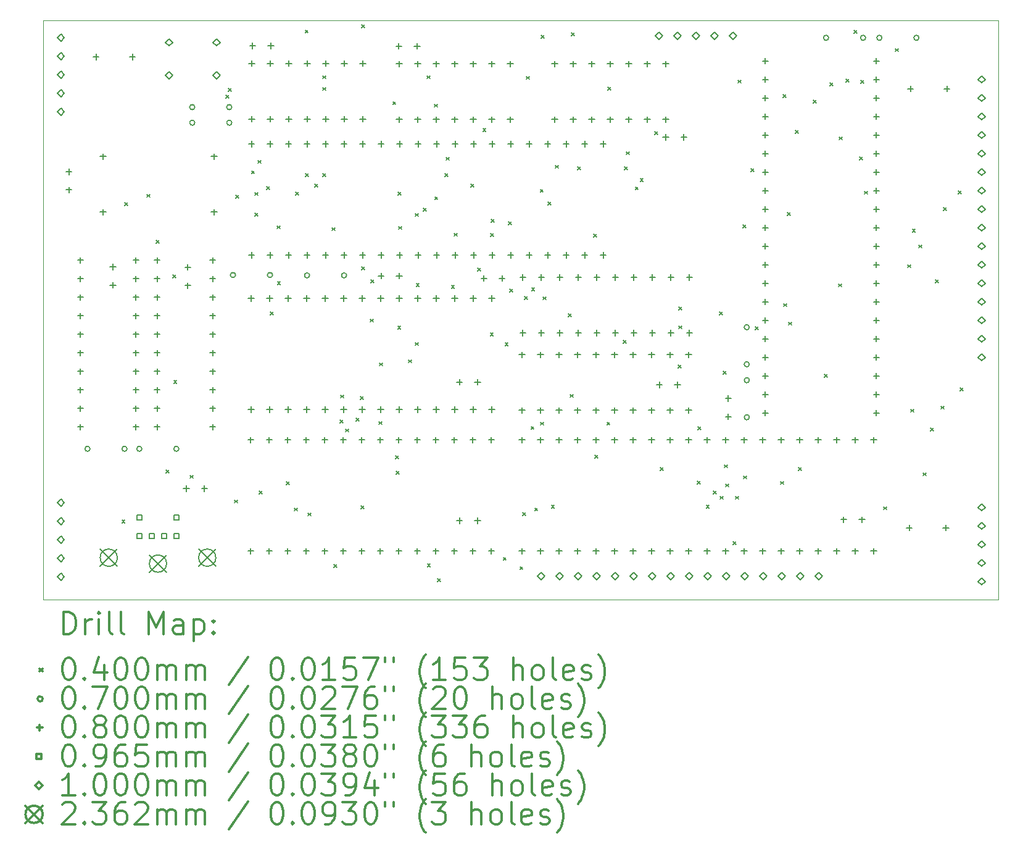
<source format=gbr>
%FSLAX45Y45*%
G04 Gerber Fmt 4.5, Leading zero omitted, Abs format (unit mm)*
G04 Created by KiCad (PCBNEW 5.1.12-84ad8e8a86~92~ubuntu18.04.1) date 2022-05-14 09:19:43*
%MOMM*%
%LPD*%
G01*
G04 APERTURE LIST*
%TA.AperFunction,Profile*%
%ADD10C,0.100000*%
%TD*%
%ADD11C,0.200000*%
%ADD12C,0.300000*%
G04 APERTURE END LIST*
D10*
X16911320Y-3190240D02*
X16911320Y-11130280D01*
X3799840Y-3190240D02*
X16911320Y-3190240D01*
X3799840Y-11130280D02*
X3799840Y-3190240D01*
X16911320Y-11130280D02*
X3799840Y-11130280D01*
D11*
X4882200Y-10038400D02*
X4922200Y-10078400D01*
X4922200Y-10038400D02*
X4882200Y-10078400D01*
X4922840Y-5689920D02*
X4962840Y-5729920D01*
X4962840Y-5689920D02*
X4922840Y-5729920D01*
X5227640Y-5573080D02*
X5267640Y-5613080D01*
X5267640Y-5573080D02*
X5227640Y-5613080D01*
X5349560Y-6203000D02*
X5389560Y-6243000D01*
X5389560Y-6203000D02*
X5349560Y-6243000D01*
X5486720Y-9352600D02*
X5526720Y-9392600D01*
X5526720Y-9352600D02*
X5486720Y-9392600D01*
X5583240Y-6680520D02*
X5623240Y-6720520D01*
X5623240Y-6680520D02*
X5583240Y-6720520D01*
X5593400Y-8128320D02*
X5633400Y-8168320D01*
X5633400Y-8128320D02*
X5593400Y-8168320D01*
X5816920Y-9425100D02*
X5856920Y-9465100D01*
X5856920Y-9425100D02*
X5816920Y-9465100D01*
X6309680Y-4216720D02*
X6349680Y-4256720D01*
X6349680Y-4216720D02*
X6309680Y-4256720D01*
X6341303Y-4121851D02*
X6381303Y-4161851D01*
X6381303Y-4121851D02*
X6341303Y-4161851D01*
X6426520Y-9764080D02*
X6466520Y-9804080D01*
X6466520Y-9764080D02*
X6426520Y-9804080D01*
X6441760Y-5588320D02*
X6481760Y-5628320D01*
X6481760Y-5588320D02*
X6441760Y-5628320D01*
X6660200Y-5253040D02*
X6700200Y-5293040D01*
X6700200Y-5253040D02*
X6660200Y-5293040D01*
X6708880Y-5832160D02*
X6748880Y-5872160D01*
X6748880Y-5832160D02*
X6708880Y-5872160D01*
X6709126Y-5547525D02*
X6749126Y-5587525D01*
X6749126Y-5547525D02*
X6709126Y-5587525D01*
X6751640Y-5107100D02*
X6791640Y-5147100D01*
X6791640Y-5107100D02*
X6751640Y-5147100D01*
X6766880Y-9642160D02*
X6806880Y-9682160D01*
X6806880Y-9642160D02*
X6766880Y-9682160D01*
X6868480Y-5466400D02*
X6908480Y-5506400D01*
X6908480Y-5466400D02*
X6868480Y-5506400D01*
X6919280Y-7188520D02*
X6959280Y-7228520D01*
X6959280Y-7188520D02*
X6919280Y-7228520D01*
X7010720Y-6004880D02*
X7050720Y-6044880D01*
X7050720Y-6004880D02*
X7010720Y-6044880D01*
X7015800Y-6771960D02*
X7055800Y-6811960D01*
X7055800Y-6771960D02*
X7015800Y-6811960D01*
X7137720Y-9517920D02*
X7177720Y-9557920D01*
X7177720Y-9517920D02*
X7137720Y-9557920D01*
X7249480Y-9875840D02*
X7289480Y-9915840D01*
X7289480Y-9875840D02*
X7249480Y-9915840D01*
X7264720Y-5542600D02*
X7304720Y-5582600D01*
X7304720Y-5542600D02*
X7264720Y-5582600D01*
X7396800Y-3321260D02*
X7436800Y-3361260D01*
X7436800Y-3321260D02*
X7396800Y-3361260D01*
X7401880Y-5287960D02*
X7441880Y-5327960D01*
X7441880Y-5287960D02*
X7401880Y-5327960D01*
X7437440Y-9941880D02*
X7477440Y-9981880D01*
X7477440Y-9941880D02*
X7437440Y-9981880D01*
X7528880Y-5432960D02*
X7568880Y-5472960D01*
X7568880Y-5432960D02*
X7528880Y-5472960D01*
X7635560Y-3947480D02*
X7675560Y-3987480D01*
X7675560Y-3947480D02*
X7635560Y-3987480D01*
X7635560Y-5287960D02*
X7675560Y-5327960D01*
X7675560Y-5287960D02*
X7635560Y-5327960D01*
X7640640Y-4110040D02*
X7680640Y-4150040D01*
X7680640Y-4110040D02*
X7640640Y-4150040D01*
X7767640Y-6030280D02*
X7807640Y-6070280D01*
X7807640Y-6030280D02*
X7767640Y-6070280D01*
X7793040Y-10648000D02*
X7833040Y-10688000D01*
X7833040Y-10648000D02*
X7793040Y-10688000D01*
X7874320Y-8666800D02*
X7914320Y-8706800D01*
X7914320Y-8666800D02*
X7874320Y-8706800D01*
X7884480Y-8326440D02*
X7924480Y-8366440D01*
X7924480Y-8326440D02*
X7884480Y-8366440D01*
X7949880Y-8790766D02*
X7989880Y-8830766D01*
X7989880Y-8790766D02*
X7949880Y-8830766D01*
X8094880Y-8641400D02*
X8134880Y-8681400D01*
X8134880Y-8641400D02*
X8094880Y-8681400D01*
X8153720Y-8346760D02*
X8193720Y-8386760D01*
X8193720Y-8346760D02*
X8153720Y-8386760D01*
X8163880Y-9845360D02*
X8203880Y-9885360D01*
X8203880Y-9845360D02*
X8163880Y-9885360D01*
X8168960Y-3248760D02*
X8208960Y-3288760D01*
X8208960Y-3248760D02*
X8168960Y-3288760D01*
X8168960Y-6568760D02*
X8208960Y-6608760D01*
X8208960Y-6568760D02*
X8168960Y-6608760D01*
X8290880Y-7285040D02*
X8330880Y-7325040D01*
X8330880Y-7285040D02*
X8290880Y-7325040D01*
X8301393Y-6748018D02*
X8341393Y-6788018D01*
X8341393Y-6748018D02*
X8301393Y-6788018D01*
X8407720Y-8689519D02*
X8447720Y-8729519D01*
X8447720Y-8689519D02*
X8407720Y-8729519D01*
X8417880Y-7884480D02*
X8457880Y-7924480D01*
X8457880Y-7884480D02*
X8417880Y-7924480D01*
X8600396Y-4304460D02*
X8640396Y-4344460D01*
X8640396Y-4304460D02*
X8600396Y-4344460D01*
X8636320Y-9159560D02*
X8676320Y-9199560D01*
X8676320Y-9159560D02*
X8636320Y-9199560D01*
X8646480Y-9372920D02*
X8686480Y-9412920D01*
X8686480Y-9372920D02*
X8646480Y-9412920D01*
X8666800Y-7381560D02*
X8706800Y-7421560D01*
X8706800Y-7381560D02*
X8666800Y-7421560D01*
X8671880Y-5542600D02*
X8711880Y-5582600D01*
X8711880Y-5542600D02*
X8671880Y-5582600D01*
X8676960Y-6015040D02*
X8716960Y-6055040D01*
X8716960Y-6015040D02*
X8676960Y-6055040D01*
X8814120Y-7843840D02*
X8854120Y-7883840D01*
X8854120Y-7843840D02*
X8814120Y-7883840D01*
X8905560Y-5836600D02*
X8945560Y-5876600D01*
X8945560Y-5836600D02*
X8905560Y-5876600D01*
X8905560Y-7605080D02*
X8945560Y-7645080D01*
X8945560Y-7605080D02*
X8905560Y-7645080D01*
X8920800Y-6797360D02*
X8960800Y-6837360D01*
X8960800Y-6797360D02*
X8920800Y-6837360D01*
X9017320Y-5766120D02*
X9057320Y-5806120D01*
X9057320Y-5766120D02*
X9017320Y-5806120D01*
X9068120Y-3947480D02*
X9108120Y-3987480D01*
X9108120Y-3947480D02*
X9068120Y-3987480D01*
X9073200Y-10642920D02*
X9113200Y-10682920D01*
X9113200Y-10642920D02*
X9073200Y-10682920D01*
X9169720Y-4338640D02*
X9209720Y-4378640D01*
X9209720Y-4338640D02*
X9169720Y-4378640D01*
X9174800Y-5607260D02*
X9214800Y-5647260D01*
X9214800Y-5607260D02*
X9174800Y-5647260D01*
X9215440Y-10846120D02*
X9255440Y-10886120D01*
X9255440Y-10846120D02*
X9215440Y-10886120D01*
X9311960Y-5287960D02*
X9351960Y-5327960D01*
X9351960Y-5287960D02*
X9311960Y-5327960D01*
X9332280Y-5065080D02*
X9372280Y-5105080D01*
X9372280Y-5065080D02*
X9332280Y-5105080D01*
X9403400Y-6822760D02*
X9443400Y-6862760D01*
X9443400Y-6822760D02*
X9403400Y-6862760D01*
X9438960Y-6106480D02*
X9478960Y-6146480D01*
X9478960Y-6106480D02*
X9438960Y-6146480D01*
X9667560Y-5432960D02*
X9707560Y-5472960D01*
X9707560Y-5432960D02*
X9667560Y-5472960D01*
X9761646Y-6583209D02*
X9801646Y-6623209D01*
X9801646Y-6583209D02*
X9761646Y-6623209D01*
X9835200Y-4673920D02*
X9875200Y-4713920D01*
X9875200Y-4673920D02*
X9835200Y-4713920D01*
X9936800Y-7473000D02*
X9976800Y-7513000D01*
X9976800Y-7473000D02*
X9936800Y-7513000D01*
X9941880Y-6111560D02*
X9981880Y-6151560D01*
X9981880Y-6111560D02*
X9941880Y-6151560D01*
X9952040Y-5918520D02*
X9992040Y-5958520D01*
X9992040Y-5918520D02*
X9952040Y-5958520D01*
X10114600Y-10551480D02*
X10154600Y-10591480D01*
X10154600Y-10551480D02*
X10114600Y-10591480D01*
X10140000Y-7610160D02*
X10180000Y-7650160D01*
X10180000Y-7610160D02*
X10140000Y-7650160D01*
X10185720Y-5951020D02*
X10225720Y-5991020D01*
X10225720Y-5951020D02*
X10185720Y-5991020D01*
X10200960Y-6873560D02*
X10240960Y-6913560D01*
X10240960Y-6873560D02*
X10200960Y-6913560D01*
X10343200Y-10678480D02*
X10383200Y-10718480D01*
X10383200Y-10678480D02*
X10343200Y-10718480D01*
X10378760Y-9936800D02*
X10418760Y-9976800D01*
X10418760Y-9936800D02*
X10378760Y-9976800D01*
X10407165Y-6977235D02*
X10447165Y-7017235D01*
X10447165Y-6977235D02*
X10407165Y-7017235D01*
X10429560Y-3957640D02*
X10469560Y-3997640D01*
X10469560Y-3957640D02*
X10429560Y-3997640D01*
X10495600Y-8758240D02*
X10535600Y-8798240D01*
X10535600Y-8758240D02*
X10495600Y-8798240D01*
X10505020Y-6857580D02*
X10545020Y-6897580D01*
X10545020Y-6857580D02*
X10505020Y-6897580D01*
X10546400Y-9875840D02*
X10586400Y-9915840D01*
X10586400Y-9875840D02*
X10546400Y-9915840D01*
X10622600Y-5507040D02*
X10662600Y-5547040D01*
X10662600Y-5507040D02*
X10622600Y-5547040D01*
X10627680Y-8697280D02*
X10667680Y-8737280D01*
X10667680Y-8697280D02*
X10627680Y-8737280D01*
X10632760Y-3393760D02*
X10672760Y-3433760D01*
X10672760Y-3393760D02*
X10632760Y-3433760D01*
X10658160Y-6980240D02*
X10698160Y-7020240D01*
X10698160Y-6980240D02*
X10658160Y-7020240D01*
X10729280Y-5679760D02*
X10769280Y-5719760D01*
X10769280Y-5679760D02*
X10729280Y-5719760D01*
X10775000Y-9836580D02*
X10815000Y-9876580D01*
X10815000Y-9836580D02*
X10775000Y-9876580D01*
X10830880Y-5176840D02*
X10870880Y-5216840D01*
X10870880Y-5176840D02*
X10830880Y-5216840D01*
X11008680Y-7212540D02*
X11048680Y-7252540D01*
X11048680Y-7212540D02*
X11008680Y-7252540D01*
X11034080Y-8316280D02*
X11074080Y-8356280D01*
X11074080Y-8316280D02*
X11034080Y-8356280D01*
X11049320Y-3358200D02*
X11089320Y-3398200D01*
X11089320Y-3358200D02*
X11049320Y-3398200D01*
X11135680Y-5197160D02*
X11175680Y-5237160D01*
X11175680Y-5197160D02*
X11135680Y-5237160D01*
X11354120Y-6121720D02*
X11394120Y-6161720D01*
X11394120Y-6121720D02*
X11354120Y-6161720D01*
X11369360Y-9149400D02*
X11409360Y-9189400D01*
X11409360Y-9149400D02*
X11369360Y-9189400D01*
X11537000Y-8697280D02*
X11577000Y-8737280D01*
X11577000Y-8697280D02*
X11537000Y-8737280D01*
X11552240Y-4105460D02*
X11592240Y-4145460D01*
X11592240Y-4105460D02*
X11552240Y-4145460D01*
X11760520Y-7574600D02*
X11800520Y-7614600D01*
X11800520Y-7574600D02*
X11760520Y-7614600D01*
X11780840Y-5197160D02*
X11820840Y-5237160D01*
X11820840Y-5197160D02*
X11780840Y-5237160D01*
X11801160Y-4988880D02*
X11841160Y-5028880D01*
X11841160Y-4988880D02*
X11801160Y-5028880D01*
X11927520Y-5471480D02*
X11967520Y-5511480D01*
X11967520Y-5471480D02*
X11927520Y-5511480D01*
X11994940Y-5360460D02*
X12034940Y-5400460D01*
X12034940Y-5360460D02*
X11994940Y-5400460D01*
X12195719Y-4715291D02*
X12235719Y-4755291D01*
X12235719Y-4715291D02*
X12195719Y-4755291D01*
X12268520Y-9322120D02*
X12308520Y-9362120D01*
X12308520Y-9322120D02*
X12268520Y-9362120D01*
X12512360Y-7914960D02*
X12552360Y-7954960D01*
X12552360Y-7914960D02*
X12512360Y-7954960D01*
X12522520Y-7117400D02*
X12562520Y-7157400D01*
X12562520Y-7117400D02*
X12522520Y-7157400D01*
X12522520Y-7376480D02*
X12562520Y-7416480D01*
X12562520Y-7376480D02*
X12522520Y-7416480D01*
X12776520Y-9505000D02*
X12816520Y-9545000D01*
X12816520Y-9505000D02*
X12776520Y-9545000D01*
X12786680Y-8763320D02*
X12826680Y-8803320D01*
X12826680Y-8763320D02*
X12786680Y-8803320D01*
X12899820Y-9836580D02*
X12939820Y-9876580D01*
X12939820Y-9836580D02*
X12899820Y-9876580D01*
X13000040Y-9642160D02*
X13040040Y-9682160D01*
X13040040Y-9642160D02*
X13000040Y-9682160D01*
X13081320Y-7188520D02*
X13121320Y-7228520D01*
X13121320Y-7188520D02*
X13081320Y-7228520D01*
X13088106Y-9712973D02*
X13128106Y-9752973D01*
X13128106Y-9712973D02*
X13088106Y-9752973D01*
X13132120Y-8001320D02*
X13172120Y-8041320D01*
X13172120Y-8001320D02*
X13132120Y-8041320D01*
X13147360Y-9281480D02*
X13187360Y-9321480D01*
X13187360Y-9281480D02*
X13147360Y-9321480D01*
X13167680Y-9545640D02*
X13207680Y-9585640D01*
X13207680Y-9545640D02*
X13167680Y-9585640D01*
X13269280Y-10338120D02*
X13309280Y-10378120D01*
X13309280Y-10338120D02*
X13269280Y-10378120D01*
X13299760Y-9713280D02*
X13339760Y-9753280D01*
X13339760Y-9713280D02*
X13299760Y-9753280D01*
X13335320Y-4008440D02*
X13375320Y-4048440D01*
X13375320Y-4008440D02*
X13335320Y-4048440D01*
X13406920Y-5994720D02*
X13446920Y-6034720D01*
X13446920Y-5994720D02*
X13406920Y-6034720D01*
X13411520Y-9433880D02*
X13451520Y-9473880D01*
X13451520Y-9433880D02*
X13411520Y-9473880D01*
X13513120Y-5222560D02*
X13553120Y-5262560D01*
X13553120Y-5222560D02*
X13513120Y-5262560D01*
X13574080Y-7391720D02*
X13614080Y-7431720D01*
X13614080Y-7391720D02*
X13574080Y-7431720D01*
X13919520Y-9510080D02*
X13959520Y-9550080D01*
X13959520Y-9510080D02*
X13919520Y-9550080D01*
X13955080Y-4206560D02*
X13995080Y-4246560D01*
X13995080Y-4206560D02*
X13955080Y-4246560D01*
X13965240Y-7071680D02*
X14005240Y-7111680D01*
X14005240Y-7071680D02*
X13965240Y-7111680D01*
X14016040Y-5824960D02*
X14056040Y-5864960D01*
X14056040Y-5824960D02*
X14016040Y-5864960D01*
X14031280Y-7325680D02*
X14071280Y-7365680D01*
X14071280Y-7325680D02*
X14031280Y-7365680D01*
X14122720Y-4699960D02*
X14162720Y-4739960D01*
X14162720Y-4699960D02*
X14122720Y-4739960D01*
X14163360Y-9322120D02*
X14203360Y-9362120D01*
X14203360Y-9322120D02*
X14163360Y-9362120D01*
X14366560Y-4282760D02*
X14406560Y-4322760D01*
X14406560Y-4282760D02*
X14366560Y-4322760D01*
X14524040Y-8041960D02*
X14564040Y-8081960D01*
X14564040Y-8041960D02*
X14524040Y-8081960D01*
X14600240Y-4046960D02*
X14640240Y-4086960D01*
X14640240Y-4046960D02*
X14600240Y-4086960D01*
X14717080Y-6802440D02*
X14757080Y-6842440D01*
X14757080Y-6802440D02*
X14717080Y-6842440D01*
X14722160Y-4785680D02*
X14762160Y-4825680D01*
X14762160Y-4785680D02*
X14722160Y-4825680D01*
X14818645Y-3993200D02*
X14858645Y-4033200D01*
X14858645Y-3993200D02*
X14818645Y-4033200D01*
X14931145Y-3327023D02*
X14971145Y-3367023D01*
X14971145Y-3327023D02*
X14931145Y-3367023D01*
X15001560Y-5062960D02*
X15041560Y-5102960D01*
X15041560Y-5062960D02*
X15001560Y-5102960D01*
X15021880Y-4013520D02*
X15061880Y-4053520D01*
X15061880Y-4013520D02*
X15021880Y-4053520D01*
X15074060Y-5532440D02*
X15114060Y-5572440D01*
X15114060Y-5532440D02*
X15074060Y-5572440D01*
X15336840Y-9858280D02*
X15376840Y-9898280D01*
X15376840Y-9858280D02*
X15336840Y-9898280D01*
X15494320Y-3576640D02*
X15534320Y-3616640D01*
X15534320Y-3576640D02*
X15494320Y-3616640D01*
X15667040Y-6538280D02*
X15707040Y-6578280D01*
X15707040Y-6538280D02*
X15667040Y-6578280D01*
X15706940Y-8519480D02*
X15746940Y-8559480D01*
X15746940Y-8519480D02*
X15706940Y-8559480D01*
X15728000Y-6050600D02*
X15768000Y-6090600D01*
X15768000Y-6050600D02*
X15728000Y-6090600D01*
X15819440Y-6269040D02*
X15859440Y-6309040D01*
X15859440Y-6269040D02*
X15819440Y-6309040D01*
X15875320Y-9393240D02*
X15915320Y-9433240D01*
X15915320Y-9393240D02*
X15875320Y-9433240D01*
X15976920Y-8778560D02*
X16016920Y-8818560D01*
X16016920Y-8778560D02*
X15976920Y-8818560D01*
X16042960Y-6746560D02*
X16082960Y-6786560D01*
X16082960Y-6746560D02*
X16042960Y-6786560D01*
X16119160Y-8478840D02*
X16159160Y-8518840D01*
X16159160Y-8478840D02*
X16119160Y-8518840D01*
X16154720Y-5755960D02*
X16194720Y-5795960D01*
X16194720Y-5755960D02*
X16154720Y-5795960D01*
X16357920Y-5527360D02*
X16397920Y-5567360D01*
X16397920Y-5527360D02*
X16357920Y-5567360D01*
X16383320Y-8229920D02*
X16423320Y-8269920D01*
X16423320Y-8229920D02*
X16383320Y-8269920D01*
X4444440Y-9062720D02*
G75*
G03*
X4444440Y-9062720I-35000J0D01*
G01*
X4952440Y-9062720D02*
G75*
G03*
X4952440Y-9062720I-35000J0D01*
G01*
X5155640Y-9062720D02*
G75*
G03*
X5155640Y-9062720I-35000J0D01*
G01*
X5663640Y-9062720D02*
G75*
G03*
X5663640Y-9062720I-35000J0D01*
G01*
X5882080Y-4378960D02*
G75*
G03*
X5882080Y-4378960I-35000J0D01*
G01*
X5882080Y-4592320D02*
G75*
G03*
X5882080Y-4592320I-35000J0D01*
G01*
X6390080Y-4378960D02*
G75*
G03*
X6390080Y-4378960I-35000J0D01*
G01*
X6390080Y-4592320D02*
G75*
G03*
X6390080Y-4592320I-35000J0D01*
G01*
X6440880Y-6680200D02*
G75*
G03*
X6440880Y-6680200I-35000J0D01*
G01*
X6948880Y-6680200D02*
G75*
G03*
X6948880Y-6680200I-35000J0D01*
G01*
X7456880Y-6685280D02*
G75*
G03*
X7456880Y-6685280I-35000J0D01*
G01*
X7964880Y-6685280D02*
G75*
G03*
X7964880Y-6685280I-35000J0D01*
G01*
X13491920Y-7396480D02*
G75*
G03*
X13491920Y-7396480I-35000J0D01*
G01*
X13491920Y-7904480D02*
G75*
G03*
X13491920Y-7904480I-35000J0D01*
G01*
X13491920Y-8122920D02*
G75*
G03*
X13491920Y-8122920I-35000J0D01*
G01*
X13491920Y-8630920D02*
G75*
G03*
X13491920Y-8630920I-35000J0D01*
G01*
X14579040Y-3429000D02*
G75*
G03*
X14579040Y-3429000I-35000J0D01*
G01*
X15087040Y-3429000D02*
G75*
G03*
X15087040Y-3429000I-35000J0D01*
G01*
X15310560Y-3429000D02*
G75*
G03*
X15310560Y-3429000I-35000J0D01*
G01*
X15818560Y-3429000D02*
G75*
G03*
X15818560Y-3429000I-35000J0D01*
G01*
X4155440Y-5221800D02*
X4155440Y-5301800D01*
X4115440Y-5261800D02*
X4195440Y-5261800D01*
X4155440Y-5471800D02*
X4155440Y-5551800D01*
X4115440Y-5511800D02*
X4195440Y-5511800D01*
X4312920Y-6437000D02*
X4312920Y-6517000D01*
X4272920Y-6477000D02*
X4352920Y-6477000D01*
X4312920Y-6691000D02*
X4312920Y-6771000D01*
X4272920Y-6731000D02*
X4352920Y-6731000D01*
X4312920Y-6945000D02*
X4312920Y-7025000D01*
X4272920Y-6985000D02*
X4352920Y-6985000D01*
X4312920Y-7199000D02*
X4312920Y-7279000D01*
X4272920Y-7239000D02*
X4352920Y-7239000D01*
X4312920Y-7453000D02*
X4312920Y-7533000D01*
X4272920Y-7493000D02*
X4352920Y-7493000D01*
X4312920Y-7707000D02*
X4312920Y-7787000D01*
X4272920Y-7747000D02*
X4352920Y-7747000D01*
X4312920Y-7961000D02*
X4312920Y-8041000D01*
X4272920Y-8001000D02*
X4352920Y-8001000D01*
X4312920Y-8215000D02*
X4312920Y-8295000D01*
X4272920Y-8255000D02*
X4352920Y-8255000D01*
X4312920Y-8469000D02*
X4312920Y-8549000D01*
X4272920Y-8509000D02*
X4352920Y-8509000D01*
X4312920Y-8723000D02*
X4312920Y-8803000D01*
X4272920Y-8763000D02*
X4352920Y-8763000D01*
X4526280Y-3648080D02*
X4526280Y-3728080D01*
X4486280Y-3688080D02*
X4566280Y-3688080D01*
X4622800Y-5014600D02*
X4622800Y-5094600D01*
X4582800Y-5054600D02*
X4662800Y-5054600D01*
X4622800Y-5776600D02*
X4622800Y-5856600D01*
X4582800Y-5816600D02*
X4662800Y-5816600D01*
X4759960Y-6528440D02*
X4759960Y-6608440D01*
X4719960Y-6568440D02*
X4799960Y-6568440D01*
X4759960Y-6778440D02*
X4759960Y-6858440D01*
X4719960Y-6818440D02*
X4799960Y-6818440D01*
X5026280Y-3648080D02*
X5026280Y-3728080D01*
X4986280Y-3688080D02*
X5066280Y-3688080D01*
X5074920Y-6437000D02*
X5074920Y-6517000D01*
X5034920Y-6477000D02*
X5114920Y-6477000D01*
X5074920Y-6691000D02*
X5074920Y-6771000D01*
X5034920Y-6731000D02*
X5114920Y-6731000D01*
X5074920Y-6945000D02*
X5074920Y-7025000D01*
X5034920Y-6985000D02*
X5114920Y-6985000D01*
X5074920Y-7199000D02*
X5074920Y-7279000D01*
X5034920Y-7239000D02*
X5114920Y-7239000D01*
X5074920Y-7453000D02*
X5074920Y-7533000D01*
X5034920Y-7493000D02*
X5114920Y-7493000D01*
X5074920Y-7707000D02*
X5074920Y-7787000D01*
X5034920Y-7747000D02*
X5114920Y-7747000D01*
X5074920Y-7961000D02*
X5074920Y-8041000D01*
X5034920Y-8001000D02*
X5114920Y-8001000D01*
X5074920Y-8215000D02*
X5074920Y-8295000D01*
X5034920Y-8255000D02*
X5114920Y-8255000D01*
X5074920Y-8469000D02*
X5074920Y-8549000D01*
X5034920Y-8509000D02*
X5114920Y-8509000D01*
X5074920Y-8723000D02*
X5074920Y-8803000D01*
X5034920Y-8763000D02*
X5114920Y-8763000D01*
X5364480Y-6437000D02*
X5364480Y-6517000D01*
X5324480Y-6477000D02*
X5404480Y-6477000D01*
X5364480Y-6691000D02*
X5364480Y-6771000D01*
X5324480Y-6731000D02*
X5404480Y-6731000D01*
X5364480Y-6945000D02*
X5364480Y-7025000D01*
X5324480Y-6985000D02*
X5404480Y-6985000D01*
X5364480Y-7199000D02*
X5364480Y-7279000D01*
X5324480Y-7239000D02*
X5404480Y-7239000D01*
X5364480Y-7453000D02*
X5364480Y-7533000D01*
X5324480Y-7493000D02*
X5404480Y-7493000D01*
X5364480Y-7707000D02*
X5364480Y-7787000D01*
X5324480Y-7747000D02*
X5404480Y-7747000D01*
X5364480Y-7961000D02*
X5364480Y-8041000D01*
X5324480Y-8001000D02*
X5404480Y-8001000D01*
X5364480Y-8215000D02*
X5364480Y-8295000D01*
X5324480Y-8255000D02*
X5404480Y-8255000D01*
X5364480Y-8469000D02*
X5364480Y-8549000D01*
X5324480Y-8509000D02*
X5404480Y-8509000D01*
X5364480Y-8723000D02*
X5364480Y-8803000D01*
X5324480Y-8763000D02*
X5404480Y-8763000D01*
X5765800Y-9566280D02*
X5765800Y-9646280D01*
X5725800Y-9606280D02*
X5805800Y-9606280D01*
X5786120Y-6533520D02*
X5786120Y-6613520D01*
X5746120Y-6573520D02*
X5826120Y-6573520D01*
X5786120Y-6783520D02*
X5786120Y-6863520D01*
X5746120Y-6823520D02*
X5826120Y-6823520D01*
X6015800Y-9566280D02*
X6015800Y-9646280D01*
X5975800Y-9606280D02*
X6055800Y-9606280D01*
X6126480Y-6437000D02*
X6126480Y-6517000D01*
X6086480Y-6477000D02*
X6166480Y-6477000D01*
X6126480Y-6691000D02*
X6126480Y-6771000D01*
X6086480Y-6731000D02*
X6166480Y-6731000D01*
X6126480Y-6945000D02*
X6126480Y-7025000D01*
X6086480Y-6985000D02*
X6166480Y-6985000D01*
X6126480Y-7199000D02*
X6126480Y-7279000D01*
X6086480Y-7239000D02*
X6166480Y-7239000D01*
X6126480Y-7453000D02*
X6126480Y-7533000D01*
X6086480Y-7493000D02*
X6166480Y-7493000D01*
X6126480Y-7707000D02*
X6126480Y-7787000D01*
X6086480Y-7747000D02*
X6166480Y-7747000D01*
X6126480Y-7961000D02*
X6126480Y-8041000D01*
X6086480Y-8001000D02*
X6166480Y-8001000D01*
X6126480Y-8215000D02*
X6126480Y-8295000D01*
X6086480Y-8255000D02*
X6166480Y-8255000D01*
X6126480Y-8469000D02*
X6126480Y-8549000D01*
X6086480Y-8509000D02*
X6166480Y-8509000D01*
X6126480Y-8723000D02*
X6126480Y-8803000D01*
X6086480Y-8763000D02*
X6166480Y-8763000D01*
X6146800Y-5014600D02*
X6146800Y-5094600D01*
X6106800Y-5054600D02*
X6186800Y-5054600D01*
X6146800Y-5776600D02*
X6146800Y-5856600D01*
X6106800Y-5816600D02*
X6186800Y-5816600D01*
X6649720Y-8900800D02*
X6649720Y-8980800D01*
X6609720Y-8940800D02*
X6689720Y-8940800D01*
X6649720Y-10424800D02*
X6649720Y-10504800D01*
X6609720Y-10464800D02*
X6689720Y-10464800D01*
X6654800Y-6960240D02*
X6654800Y-7040240D01*
X6614800Y-7000240D02*
X6694800Y-7000240D01*
X6654800Y-8484240D02*
X6654800Y-8564240D01*
X6614800Y-8524240D02*
X6694800Y-8524240D01*
X6659880Y-4841880D02*
X6659880Y-4921880D01*
X6619880Y-4881880D02*
X6699880Y-4881880D01*
X6659880Y-6365880D02*
X6659880Y-6445880D01*
X6619880Y-6405880D02*
X6699880Y-6405880D01*
X6664960Y-3739520D02*
X6664960Y-3819520D01*
X6624960Y-3779520D02*
X6704960Y-3779520D01*
X6664960Y-4501520D02*
X6664960Y-4581520D01*
X6624960Y-4541520D02*
X6704960Y-4541520D01*
X6675120Y-3495680D02*
X6675120Y-3575680D01*
X6635120Y-3535680D02*
X6715120Y-3535680D01*
X6903720Y-8900800D02*
X6903720Y-8980800D01*
X6863720Y-8940800D02*
X6943720Y-8940800D01*
X6903720Y-10424800D02*
X6903720Y-10504800D01*
X6863720Y-10464800D02*
X6943720Y-10464800D01*
X6908800Y-6960240D02*
X6908800Y-7040240D01*
X6868800Y-7000240D02*
X6948800Y-7000240D01*
X6908800Y-8484240D02*
X6908800Y-8564240D01*
X6868800Y-8524240D02*
X6948800Y-8524240D01*
X6913880Y-4841880D02*
X6913880Y-4921880D01*
X6873880Y-4881880D02*
X6953880Y-4881880D01*
X6913880Y-6365880D02*
X6913880Y-6445880D01*
X6873880Y-6405880D02*
X6953880Y-6405880D01*
X6918960Y-3739520D02*
X6918960Y-3819520D01*
X6878960Y-3779520D02*
X6958960Y-3779520D01*
X6918960Y-4501520D02*
X6918960Y-4581520D01*
X6878960Y-4541520D02*
X6958960Y-4541520D01*
X6925120Y-3495680D02*
X6925120Y-3575680D01*
X6885120Y-3535680D02*
X6965120Y-3535680D01*
X7157720Y-8900800D02*
X7157720Y-8980800D01*
X7117720Y-8940800D02*
X7197720Y-8940800D01*
X7157720Y-10424800D02*
X7157720Y-10504800D01*
X7117720Y-10464800D02*
X7197720Y-10464800D01*
X7162800Y-6960240D02*
X7162800Y-7040240D01*
X7122800Y-7000240D02*
X7202800Y-7000240D01*
X7162800Y-8484240D02*
X7162800Y-8564240D01*
X7122800Y-8524240D02*
X7202800Y-8524240D01*
X7167880Y-4841880D02*
X7167880Y-4921880D01*
X7127880Y-4881880D02*
X7207880Y-4881880D01*
X7167880Y-6365880D02*
X7167880Y-6445880D01*
X7127880Y-6405880D02*
X7207880Y-6405880D01*
X7172960Y-3739520D02*
X7172960Y-3819520D01*
X7132960Y-3779520D02*
X7212960Y-3779520D01*
X7172960Y-4501520D02*
X7172960Y-4581520D01*
X7132960Y-4541520D02*
X7212960Y-4541520D01*
X7411720Y-8900800D02*
X7411720Y-8980800D01*
X7371720Y-8940800D02*
X7451720Y-8940800D01*
X7411720Y-10424800D02*
X7411720Y-10504800D01*
X7371720Y-10464800D02*
X7451720Y-10464800D01*
X7416800Y-6960240D02*
X7416800Y-7040240D01*
X7376800Y-7000240D02*
X7456800Y-7000240D01*
X7416800Y-8484240D02*
X7416800Y-8564240D01*
X7376800Y-8524240D02*
X7456800Y-8524240D01*
X7421880Y-4841880D02*
X7421880Y-4921880D01*
X7381880Y-4881880D02*
X7461880Y-4881880D01*
X7421880Y-6365880D02*
X7421880Y-6445880D01*
X7381880Y-6405880D02*
X7461880Y-6405880D01*
X7426960Y-3739520D02*
X7426960Y-3819520D01*
X7386960Y-3779520D02*
X7466960Y-3779520D01*
X7426960Y-4501520D02*
X7426960Y-4581520D01*
X7386960Y-4541520D02*
X7466960Y-4541520D01*
X7665720Y-8900800D02*
X7665720Y-8980800D01*
X7625720Y-8940800D02*
X7705720Y-8940800D01*
X7665720Y-10424800D02*
X7665720Y-10504800D01*
X7625720Y-10464800D02*
X7705720Y-10464800D01*
X7670800Y-6960240D02*
X7670800Y-7040240D01*
X7630800Y-7000240D02*
X7710800Y-7000240D01*
X7670800Y-8484240D02*
X7670800Y-8564240D01*
X7630800Y-8524240D02*
X7710800Y-8524240D01*
X7675880Y-4841880D02*
X7675880Y-4921880D01*
X7635880Y-4881880D02*
X7715880Y-4881880D01*
X7675880Y-6365880D02*
X7675880Y-6445880D01*
X7635880Y-6405880D02*
X7715880Y-6405880D01*
X7680960Y-3739520D02*
X7680960Y-3819520D01*
X7640960Y-3779520D02*
X7720960Y-3779520D01*
X7680960Y-4501520D02*
X7680960Y-4581520D01*
X7640960Y-4541520D02*
X7720960Y-4541520D01*
X7919720Y-8900800D02*
X7919720Y-8980800D01*
X7879720Y-8940800D02*
X7959720Y-8940800D01*
X7919720Y-10424800D02*
X7919720Y-10504800D01*
X7879720Y-10464800D02*
X7959720Y-10464800D01*
X7924800Y-6960240D02*
X7924800Y-7040240D01*
X7884800Y-7000240D02*
X7964800Y-7000240D01*
X7924800Y-8484240D02*
X7924800Y-8564240D01*
X7884800Y-8524240D02*
X7964800Y-8524240D01*
X7929880Y-4841880D02*
X7929880Y-4921880D01*
X7889880Y-4881880D02*
X7969880Y-4881880D01*
X7929880Y-6365880D02*
X7929880Y-6445880D01*
X7889880Y-6405880D02*
X7969880Y-6405880D01*
X7934960Y-3739520D02*
X7934960Y-3819520D01*
X7894960Y-3779520D02*
X7974960Y-3779520D01*
X7934960Y-4501520D02*
X7934960Y-4581520D01*
X7894960Y-4541520D02*
X7974960Y-4541520D01*
X8173720Y-8900800D02*
X8173720Y-8980800D01*
X8133720Y-8940800D02*
X8213720Y-8940800D01*
X8173720Y-10424800D02*
X8173720Y-10504800D01*
X8133720Y-10464800D02*
X8213720Y-10464800D01*
X8178800Y-6960240D02*
X8178800Y-7040240D01*
X8138800Y-7000240D02*
X8218800Y-7000240D01*
X8178800Y-8484240D02*
X8178800Y-8564240D01*
X8138800Y-8524240D02*
X8218800Y-8524240D01*
X8183880Y-4841880D02*
X8183880Y-4921880D01*
X8143880Y-4881880D02*
X8223880Y-4881880D01*
X8183880Y-6365880D02*
X8183880Y-6445880D01*
X8143880Y-6405880D02*
X8223880Y-6405880D01*
X8188960Y-3739520D02*
X8188960Y-3819520D01*
X8148960Y-3779520D02*
X8228960Y-3779520D01*
X8188960Y-4501520D02*
X8188960Y-4581520D01*
X8148960Y-4541520D02*
X8228960Y-4541520D01*
X8427720Y-8900800D02*
X8427720Y-8980800D01*
X8387720Y-8940800D02*
X8467720Y-8940800D01*
X8427720Y-10424800D02*
X8427720Y-10504800D01*
X8387720Y-10464800D02*
X8467720Y-10464800D01*
X8432800Y-6960240D02*
X8432800Y-7040240D01*
X8392800Y-7000240D02*
X8472800Y-7000240D01*
X8432800Y-8484240D02*
X8432800Y-8564240D01*
X8392800Y-8524240D02*
X8472800Y-8524240D01*
X8437880Y-4841880D02*
X8437880Y-4921880D01*
X8397880Y-4881880D02*
X8477880Y-4881880D01*
X8437880Y-6365880D02*
X8437880Y-6445880D01*
X8397880Y-6405880D02*
X8477880Y-6405880D01*
X8437880Y-6650360D02*
X8437880Y-6730360D01*
X8397880Y-6690360D02*
X8477880Y-6690360D01*
X8681720Y-3500760D02*
X8681720Y-3580760D01*
X8641720Y-3540760D02*
X8721720Y-3540760D01*
X8681720Y-8900800D02*
X8681720Y-8980800D01*
X8641720Y-8940800D02*
X8721720Y-8940800D01*
X8681720Y-10424800D02*
X8681720Y-10504800D01*
X8641720Y-10464800D02*
X8721720Y-10464800D01*
X8686800Y-3744600D02*
X8686800Y-3824600D01*
X8646800Y-3784600D02*
X8726800Y-3784600D01*
X8686800Y-4506600D02*
X8686800Y-4586600D01*
X8646800Y-4546600D02*
X8726800Y-4546600D01*
X8686800Y-6960240D02*
X8686800Y-7040240D01*
X8646800Y-7000240D02*
X8726800Y-7000240D01*
X8686800Y-8484240D02*
X8686800Y-8564240D01*
X8646800Y-8524240D02*
X8726800Y-8524240D01*
X8687880Y-6650360D02*
X8687880Y-6730360D01*
X8647880Y-6690360D02*
X8727880Y-6690360D01*
X8691880Y-4841880D02*
X8691880Y-4921880D01*
X8651880Y-4881880D02*
X8731880Y-4881880D01*
X8691880Y-6365880D02*
X8691880Y-6445880D01*
X8651880Y-6405880D02*
X8731880Y-6405880D01*
X8931720Y-3500760D02*
X8931720Y-3580760D01*
X8891720Y-3540760D02*
X8971720Y-3540760D01*
X8935720Y-8900800D02*
X8935720Y-8980800D01*
X8895720Y-8940800D02*
X8975720Y-8940800D01*
X8935720Y-10424800D02*
X8935720Y-10504800D01*
X8895720Y-10464800D02*
X8975720Y-10464800D01*
X8940800Y-3744600D02*
X8940800Y-3824600D01*
X8900800Y-3784600D02*
X8980800Y-3784600D01*
X8940800Y-4506600D02*
X8940800Y-4586600D01*
X8900800Y-4546600D02*
X8980800Y-4546600D01*
X8940800Y-6960240D02*
X8940800Y-7040240D01*
X8900800Y-7000240D02*
X8980800Y-7000240D01*
X8940800Y-8484240D02*
X8940800Y-8564240D01*
X8900800Y-8524240D02*
X8980800Y-8524240D01*
X8945880Y-4841880D02*
X8945880Y-4921880D01*
X8905880Y-4881880D02*
X8985880Y-4881880D01*
X8945880Y-6365880D02*
X8945880Y-6445880D01*
X8905880Y-6405880D02*
X8985880Y-6405880D01*
X9189720Y-8900800D02*
X9189720Y-8980800D01*
X9149720Y-8940800D02*
X9229720Y-8940800D01*
X9189720Y-10424800D02*
X9189720Y-10504800D01*
X9149720Y-10464800D02*
X9229720Y-10464800D01*
X9194800Y-3744600D02*
X9194800Y-3824600D01*
X9154800Y-3784600D02*
X9234800Y-3784600D01*
X9194800Y-4506600D02*
X9194800Y-4586600D01*
X9154800Y-4546600D02*
X9234800Y-4546600D01*
X9194800Y-6960240D02*
X9194800Y-7040240D01*
X9154800Y-7000240D02*
X9234800Y-7000240D01*
X9194800Y-8484240D02*
X9194800Y-8564240D01*
X9154800Y-8524240D02*
X9234800Y-8524240D01*
X9199880Y-4841880D02*
X9199880Y-4921880D01*
X9159880Y-4881880D02*
X9239880Y-4881880D01*
X9199880Y-6365880D02*
X9199880Y-6445880D01*
X9159880Y-6405880D02*
X9239880Y-6405880D01*
X9443720Y-8900800D02*
X9443720Y-8980800D01*
X9403720Y-8940800D02*
X9483720Y-8940800D01*
X9443720Y-10424800D02*
X9443720Y-10504800D01*
X9403720Y-10464800D02*
X9483720Y-10464800D01*
X9448800Y-3744600D02*
X9448800Y-3824600D01*
X9408800Y-3784600D02*
X9488800Y-3784600D01*
X9448800Y-4506600D02*
X9448800Y-4586600D01*
X9408800Y-4546600D02*
X9488800Y-4546600D01*
X9448800Y-6960240D02*
X9448800Y-7040240D01*
X9408800Y-7000240D02*
X9488800Y-7000240D01*
X9448800Y-8484240D02*
X9448800Y-8564240D01*
X9408800Y-8524240D02*
X9488800Y-8524240D01*
X9453880Y-4841880D02*
X9453880Y-4921880D01*
X9413880Y-4881880D02*
X9493880Y-4881880D01*
X9453880Y-6365880D02*
X9453880Y-6445880D01*
X9413880Y-6405880D02*
X9493880Y-6405880D01*
X9513760Y-8108320D02*
X9513760Y-8188320D01*
X9473760Y-8148320D02*
X9553760Y-8148320D01*
X9513760Y-10008240D02*
X9513760Y-10088240D01*
X9473760Y-10048240D02*
X9553760Y-10048240D01*
X9697720Y-8900800D02*
X9697720Y-8980800D01*
X9657720Y-8940800D02*
X9737720Y-8940800D01*
X9697720Y-10424800D02*
X9697720Y-10504800D01*
X9657720Y-10464800D02*
X9737720Y-10464800D01*
X9702800Y-3744600D02*
X9702800Y-3824600D01*
X9662800Y-3784600D02*
X9742800Y-3784600D01*
X9702800Y-4506600D02*
X9702800Y-4586600D01*
X9662800Y-4546600D02*
X9742800Y-4546600D01*
X9702800Y-6960240D02*
X9702800Y-7040240D01*
X9662800Y-7000240D02*
X9742800Y-7000240D01*
X9702800Y-8484240D02*
X9702800Y-8564240D01*
X9662800Y-8524240D02*
X9742800Y-8524240D01*
X9707880Y-4841880D02*
X9707880Y-4921880D01*
X9667880Y-4881880D02*
X9747880Y-4881880D01*
X9707880Y-6365880D02*
X9707880Y-6445880D01*
X9667880Y-6405880D02*
X9747880Y-6405880D01*
X9763760Y-8108320D02*
X9763760Y-8188320D01*
X9723760Y-8148320D02*
X9803760Y-8148320D01*
X9763760Y-10008240D02*
X9763760Y-10088240D01*
X9723760Y-10048240D02*
X9803760Y-10048240D01*
X9849040Y-6685920D02*
X9849040Y-6765920D01*
X9809040Y-6725920D02*
X9889040Y-6725920D01*
X9951720Y-8900800D02*
X9951720Y-8980800D01*
X9911720Y-8940800D02*
X9991720Y-8940800D01*
X9951720Y-10424800D02*
X9951720Y-10504800D01*
X9911720Y-10464800D02*
X9991720Y-10464800D01*
X9956800Y-3744600D02*
X9956800Y-3824600D01*
X9916800Y-3784600D02*
X9996800Y-3784600D01*
X9956800Y-4506600D02*
X9956800Y-4586600D01*
X9916800Y-4546600D02*
X9996800Y-4546600D01*
X9956800Y-6960240D02*
X9956800Y-7040240D01*
X9916800Y-7000240D02*
X9996800Y-7000240D01*
X9956800Y-8484240D02*
X9956800Y-8564240D01*
X9916800Y-8524240D02*
X9996800Y-8524240D01*
X9961880Y-4841880D02*
X9961880Y-4921880D01*
X9921880Y-4881880D02*
X10001880Y-4881880D01*
X9961880Y-6365880D02*
X9961880Y-6445880D01*
X9921880Y-6405880D02*
X10001880Y-6405880D01*
X10099040Y-6685920D02*
X10099040Y-6765920D01*
X10059040Y-6725920D02*
X10139040Y-6725920D01*
X10210800Y-3744600D02*
X10210800Y-3824600D01*
X10170800Y-3784600D02*
X10250800Y-3784600D01*
X10210800Y-4506600D02*
X10210800Y-4586600D01*
X10170800Y-4546600D02*
X10250800Y-4546600D01*
X10215880Y-4841880D02*
X10215880Y-4921880D01*
X10175880Y-4881880D02*
X10255880Y-4881880D01*
X10215880Y-6365880D02*
X10215880Y-6445880D01*
X10175880Y-6405880D02*
X10255880Y-6405880D01*
X10373360Y-7732400D02*
X10373360Y-7812400D01*
X10333360Y-7772400D02*
X10413360Y-7772400D01*
X10373360Y-8494400D02*
X10373360Y-8574400D01*
X10333360Y-8534400D02*
X10413360Y-8534400D01*
X10373360Y-8900800D02*
X10373360Y-8980800D01*
X10333360Y-8940800D02*
X10413360Y-8940800D01*
X10373360Y-10424800D02*
X10373360Y-10504800D01*
X10333360Y-10464800D02*
X10413360Y-10464800D01*
X10383520Y-6670680D02*
X10383520Y-6750680D01*
X10343520Y-6710680D02*
X10423520Y-6710680D01*
X10383520Y-7432680D02*
X10383520Y-7512680D01*
X10343520Y-7472680D02*
X10423520Y-7472680D01*
X10469880Y-4841880D02*
X10469880Y-4921880D01*
X10429880Y-4881880D02*
X10509880Y-4881880D01*
X10469880Y-6365880D02*
X10469880Y-6445880D01*
X10429880Y-6405880D02*
X10509880Y-6405880D01*
X10627360Y-7732400D02*
X10627360Y-7812400D01*
X10587360Y-7772400D02*
X10667360Y-7772400D01*
X10627360Y-8494400D02*
X10627360Y-8574400D01*
X10587360Y-8534400D02*
X10667360Y-8534400D01*
X10627360Y-8900800D02*
X10627360Y-8980800D01*
X10587360Y-8940800D02*
X10667360Y-8940800D01*
X10627360Y-10424800D02*
X10627360Y-10504800D01*
X10587360Y-10464800D02*
X10667360Y-10464800D01*
X10637520Y-6670680D02*
X10637520Y-6750680D01*
X10597520Y-6710680D02*
X10677520Y-6710680D01*
X10637520Y-7432680D02*
X10637520Y-7512680D01*
X10597520Y-7472680D02*
X10677520Y-7472680D01*
X10723880Y-4841880D02*
X10723880Y-4921880D01*
X10683880Y-4881880D02*
X10763880Y-4881880D01*
X10723880Y-6365880D02*
X10723880Y-6445880D01*
X10683880Y-6405880D02*
X10763880Y-6405880D01*
X10820400Y-3744600D02*
X10820400Y-3824600D01*
X10780400Y-3784600D02*
X10860400Y-3784600D01*
X10820400Y-4506600D02*
X10820400Y-4586600D01*
X10780400Y-4546600D02*
X10860400Y-4546600D01*
X10881360Y-7732400D02*
X10881360Y-7812400D01*
X10841360Y-7772400D02*
X10921360Y-7772400D01*
X10881360Y-8494400D02*
X10881360Y-8574400D01*
X10841360Y-8534400D02*
X10921360Y-8534400D01*
X10881360Y-8900800D02*
X10881360Y-8980800D01*
X10841360Y-8940800D02*
X10921360Y-8940800D01*
X10881360Y-10424800D02*
X10881360Y-10504800D01*
X10841360Y-10464800D02*
X10921360Y-10464800D01*
X10891520Y-6670680D02*
X10891520Y-6750680D01*
X10851520Y-6710680D02*
X10931520Y-6710680D01*
X10891520Y-7432680D02*
X10891520Y-7512680D01*
X10851520Y-7472680D02*
X10931520Y-7472680D01*
X10977880Y-4841880D02*
X10977880Y-4921880D01*
X10937880Y-4881880D02*
X11017880Y-4881880D01*
X10977880Y-6365880D02*
X10977880Y-6445880D01*
X10937880Y-6405880D02*
X11017880Y-6405880D01*
X11074400Y-3744600D02*
X11074400Y-3824600D01*
X11034400Y-3784600D02*
X11114400Y-3784600D01*
X11074400Y-4506600D02*
X11074400Y-4586600D01*
X11034400Y-4546600D02*
X11114400Y-4546600D01*
X11135360Y-7732400D02*
X11135360Y-7812400D01*
X11095360Y-7772400D02*
X11175360Y-7772400D01*
X11135360Y-8494400D02*
X11135360Y-8574400D01*
X11095360Y-8534400D02*
X11175360Y-8534400D01*
X11135360Y-8900800D02*
X11135360Y-8980800D01*
X11095360Y-8940800D02*
X11175360Y-8940800D01*
X11135360Y-10424800D02*
X11135360Y-10504800D01*
X11095360Y-10464800D02*
X11175360Y-10464800D01*
X11145520Y-6670680D02*
X11145520Y-6750680D01*
X11105520Y-6710680D02*
X11185520Y-6710680D01*
X11145520Y-7432680D02*
X11145520Y-7512680D01*
X11105520Y-7472680D02*
X11185520Y-7472680D01*
X11231880Y-4841880D02*
X11231880Y-4921880D01*
X11191880Y-4881880D02*
X11271880Y-4881880D01*
X11231880Y-6365880D02*
X11231880Y-6445880D01*
X11191880Y-6405880D02*
X11271880Y-6405880D01*
X11328400Y-3744600D02*
X11328400Y-3824600D01*
X11288400Y-3784600D02*
X11368400Y-3784600D01*
X11328400Y-4506600D02*
X11328400Y-4586600D01*
X11288400Y-4546600D02*
X11368400Y-4546600D01*
X11389360Y-7732400D02*
X11389360Y-7812400D01*
X11349360Y-7772400D02*
X11429360Y-7772400D01*
X11389360Y-8494400D02*
X11389360Y-8574400D01*
X11349360Y-8534400D02*
X11429360Y-8534400D01*
X11389360Y-8900800D02*
X11389360Y-8980800D01*
X11349360Y-8940800D02*
X11429360Y-8940800D01*
X11389360Y-10424800D02*
X11389360Y-10504800D01*
X11349360Y-10464800D02*
X11429360Y-10464800D01*
X11399520Y-6670680D02*
X11399520Y-6750680D01*
X11359520Y-6710680D02*
X11439520Y-6710680D01*
X11399520Y-7432680D02*
X11399520Y-7512680D01*
X11359520Y-7472680D02*
X11439520Y-7472680D01*
X11485880Y-4841880D02*
X11485880Y-4921880D01*
X11445880Y-4881880D02*
X11525880Y-4881880D01*
X11485880Y-6365880D02*
X11485880Y-6445880D01*
X11445880Y-6405880D02*
X11525880Y-6405880D01*
X11582400Y-3744600D02*
X11582400Y-3824600D01*
X11542400Y-3784600D02*
X11622400Y-3784600D01*
X11582400Y-4506600D02*
X11582400Y-4586600D01*
X11542400Y-4546600D02*
X11622400Y-4546600D01*
X11643360Y-7732400D02*
X11643360Y-7812400D01*
X11603360Y-7772400D02*
X11683360Y-7772400D01*
X11643360Y-8494400D02*
X11643360Y-8574400D01*
X11603360Y-8534400D02*
X11683360Y-8534400D01*
X11643360Y-8900800D02*
X11643360Y-8980800D01*
X11603360Y-8940800D02*
X11683360Y-8940800D01*
X11643360Y-10424800D02*
X11643360Y-10504800D01*
X11603360Y-10464800D02*
X11683360Y-10464800D01*
X11653520Y-6670680D02*
X11653520Y-6750680D01*
X11613520Y-6710680D02*
X11693520Y-6710680D01*
X11653520Y-7432680D02*
X11653520Y-7512680D01*
X11613520Y-7472680D02*
X11693520Y-7472680D01*
X11836400Y-3744600D02*
X11836400Y-3824600D01*
X11796400Y-3784600D02*
X11876400Y-3784600D01*
X11836400Y-4506600D02*
X11836400Y-4586600D01*
X11796400Y-4546600D02*
X11876400Y-4546600D01*
X11897360Y-7732400D02*
X11897360Y-7812400D01*
X11857360Y-7772400D02*
X11937360Y-7772400D01*
X11897360Y-8494400D02*
X11897360Y-8574400D01*
X11857360Y-8534400D02*
X11937360Y-8534400D01*
X11897360Y-8900800D02*
X11897360Y-8980800D01*
X11857360Y-8940800D02*
X11937360Y-8940800D01*
X11897360Y-10424800D02*
X11897360Y-10504800D01*
X11857360Y-10464800D02*
X11937360Y-10464800D01*
X11907520Y-6670680D02*
X11907520Y-6750680D01*
X11867520Y-6710680D02*
X11947520Y-6710680D01*
X11907520Y-7432680D02*
X11907520Y-7512680D01*
X11867520Y-7472680D02*
X11947520Y-7472680D01*
X12090400Y-3744600D02*
X12090400Y-3824600D01*
X12050400Y-3784600D02*
X12130400Y-3784600D01*
X12090400Y-4506600D02*
X12090400Y-4586600D01*
X12050400Y-4546600D02*
X12130400Y-4546600D01*
X12151360Y-7732400D02*
X12151360Y-7812400D01*
X12111360Y-7772400D02*
X12191360Y-7772400D01*
X12151360Y-8494400D02*
X12151360Y-8574400D01*
X12111360Y-8534400D02*
X12191360Y-8534400D01*
X12151360Y-8900800D02*
X12151360Y-8980800D01*
X12111360Y-8940800D02*
X12191360Y-8940800D01*
X12151360Y-10424800D02*
X12151360Y-10504800D01*
X12111360Y-10464800D02*
X12191360Y-10464800D01*
X12161520Y-6670680D02*
X12161520Y-6750680D01*
X12121520Y-6710680D02*
X12201520Y-6710680D01*
X12161520Y-7432680D02*
X12161520Y-7512680D01*
X12121520Y-7472680D02*
X12201520Y-7472680D01*
X12256960Y-8143880D02*
X12256960Y-8223880D01*
X12216960Y-8183880D02*
X12296960Y-8183880D01*
X12344400Y-3744600D02*
X12344400Y-3824600D01*
X12304400Y-3784600D02*
X12384400Y-3784600D01*
X12344400Y-4506600D02*
X12344400Y-4586600D01*
X12304400Y-4546600D02*
X12384400Y-4546600D01*
X12344400Y-4750440D02*
X12344400Y-4830440D01*
X12304400Y-4790440D02*
X12384400Y-4790440D01*
X12405360Y-7732400D02*
X12405360Y-7812400D01*
X12365360Y-7772400D02*
X12445360Y-7772400D01*
X12405360Y-8494400D02*
X12405360Y-8574400D01*
X12365360Y-8534400D02*
X12445360Y-8534400D01*
X12405360Y-8900800D02*
X12405360Y-8980800D01*
X12365360Y-8940800D02*
X12445360Y-8940800D01*
X12405360Y-10424800D02*
X12405360Y-10504800D01*
X12365360Y-10464800D02*
X12445360Y-10464800D01*
X12415520Y-6670680D02*
X12415520Y-6750680D01*
X12375520Y-6710680D02*
X12455520Y-6710680D01*
X12415520Y-7432680D02*
X12415520Y-7512680D01*
X12375520Y-7472680D02*
X12455520Y-7472680D01*
X12506960Y-8143880D02*
X12506960Y-8223880D01*
X12466960Y-8183880D02*
X12546960Y-8183880D01*
X12594400Y-4750440D02*
X12594400Y-4830440D01*
X12554400Y-4790440D02*
X12634400Y-4790440D01*
X12659360Y-7732400D02*
X12659360Y-7812400D01*
X12619360Y-7772400D02*
X12699360Y-7772400D01*
X12659360Y-8494400D02*
X12659360Y-8574400D01*
X12619360Y-8534400D02*
X12699360Y-8534400D01*
X12659360Y-8900800D02*
X12659360Y-8980800D01*
X12619360Y-8940800D02*
X12699360Y-8940800D01*
X12659360Y-10424800D02*
X12659360Y-10504800D01*
X12619360Y-10464800D02*
X12699360Y-10464800D01*
X12669520Y-6670680D02*
X12669520Y-6750680D01*
X12629520Y-6710680D02*
X12709520Y-6710680D01*
X12669520Y-7432680D02*
X12669520Y-7512680D01*
X12629520Y-7472680D02*
X12709520Y-7472680D01*
X12913360Y-8900800D02*
X12913360Y-8980800D01*
X12873360Y-8940800D02*
X12953360Y-8940800D01*
X12913360Y-10424800D02*
X12913360Y-10504800D01*
X12873360Y-10464800D02*
X12953360Y-10464800D01*
X13167360Y-8900800D02*
X13167360Y-8980800D01*
X13127360Y-8940800D02*
X13207360Y-8940800D01*
X13167360Y-10424800D02*
X13167360Y-10504800D01*
X13127360Y-10464800D02*
X13207360Y-10464800D01*
X13202920Y-8330760D02*
X13202920Y-8410760D01*
X13162920Y-8370760D02*
X13242920Y-8370760D01*
X13202920Y-8580760D02*
X13202920Y-8660760D01*
X13162920Y-8620760D02*
X13242920Y-8620760D01*
X13421360Y-8900800D02*
X13421360Y-8980800D01*
X13381360Y-8940800D02*
X13461360Y-8940800D01*
X13421360Y-10424800D02*
X13421360Y-10504800D01*
X13381360Y-10464800D02*
X13461360Y-10464800D01*
X13675360Y-8900800D02*
X13675360Y-8980800D01*
X13635360Y-8940800D02*
X13715360Y-8940800D01*
X13675360Y-10424800D02*
X13675360Y-10504800D01*
X13635360Y-10464800D02*
X13715360Y-10464800D01*
X13710920Y-3703960D02*
X13710920Y-3783960D01*
X13670920Y-3743960D02*
X13750920Y-3743960D01*
X13710920Y-3957960D02*
X13710920Y-4037960D01*
X13670920Y-3997960D02*
X13750920Y-3997960D01*
X13710920Y-4211960D02*
X13710920Y-4291960D01*
X13670920Y-4251960D02*
X13750920Y-4251960D01*
X13710920Y-4465960D02*
X13710920Y-4545960D01*
X13670920Y-4505960D02*
X13750920Y-4505960D01*
X13710920Y-4719960D02*
X13710920Y-4799960D01*
X13670920Y-4759960D02*
X13750920Y-4759960D01*
X13710920Y-4973960D02*
X13710920Y-5053960D01*
X13670920Y-5013960D02*
X13750920Y-5013960D01*
X13710920Y-5227960D02*
X13710920Y-5307960D01*
X13670920Y-5267960D02*
X13750920Y-5267960D01*
X13710920Y-5481960D02*
X13710920Y-5561960D01*
X13670920Y-5521960D02*
X13750920Y-5521960D01*
X13710920Y-5735960D02*
X13710920Y-5815960D01*
X13670920Y-5775960D02*
X13750920Y-5775960D01*
X13710920Y-5989960D02*
X13710920Y-6069960D01*
X13670920Y-6029960D02*
X13750920Y-6029960D01*
X13710920Y-6243960D02*
X13710920Y-6323960D01*
X13670920Y-6283960D02*
X13750920Y-6283960D01*
X13710920Y-6497960D02*
X13710920Y-6577960D01*
X13670920Y-6537960D02*
X13750920Y-6537960D01*
X13710920Y-6751960D02*
X13710920Y-6831960D01*
X13670920Y-6791960D02*
X13750920Y-6791960D01*
X13710920Y-7005960D02*
X13710920Y-7085960D01*
X13670920Y-7045960D02*
X13750920Y-7045960D01*
X13710920Y-7259960D02*
X13710920Y-7339960D01*
X13670920Y-7299960D02*
X13750920Y-7299960D01*
X13710920Y-7513960D02*
X13710920Y-7593960D01*
X13670920Y-7553960D02*
X13750920Y-7553960D01*
X13710920Y-7767960D02*
X13710920Y-7847960D01*
X13670920Y-7807960D02*
X13750920Y-7807960D01*
X13710920Y-8021960D02*
X13710920Y-8101960D01*
X13670920Y-8061960D02*
X13750920Y-8061960D01*
X13710920Y-8275960D02*
X13710920Y-8355960D01*
X13670920Y-8315960D02*
X13750920Y-8315960D01*
X13710920Y-8529960D02*
X13710920Y-8609960D01*
X13670920Y-8569960D02*
X13750920Y-8569960D01*
X13929360Y-8900800D02*
X13929360Y-8980800D01*
X13889360Y-8940800D02*
X13969360Y-8940800D01*
X13929360Y-10424800D02*
X13929360Y-10504800D01*
X13889360Y-10464800D02*
X13969360Y-10464800D01*
X14183360Y-8900800D02*
X14183360Y-8980800D01*
X14143360Y-8940800D02*
X14223360Y-8940800D01*
X14183360Y-10424800D02*
X14183360Y-10504800D01*
X14143360Y-10464800D02*
X14223360Y-10464800D01*
X14437360Y-8900800D02*
X14437360Y-8980800D01*
X14397360Y-8940800D02*
X14477360Y-8940800D01*
X14437360Y-10424800D02*
X14437360Y-10504800D01*
X14397360Y-10464800D02*
X14477360Y-10464800D01*
X14691360Y-8900800D02*
X14691360Y-8980800D01*
X14651360Y-8940800D02*
X14731360Y-8940800D01*
X14691360Y-10424800D02*
X14691360Y-10504800D01*
X14651360Y-10464800D02*
X14731360Y-10464800D01*
X14786800Y-9993000D02*
X14786800Y-10073000D01*
X14746800Y-10033000D02*
X14826800Y-10033000D01*
X14945360Y-8900800D02*
X14945360Y-8980800D01*
X14905360Y-8940800D02*
X14985360Y-8940800D01*
X14945360Y-10424800D02*
X14945360Y-10504800D01*
X14905360Y-10464800D02*
X14985360Y-10464800D01*
X15036800Y-9993000D02*
X15036800Y-10073000D01*
X14996800Y-10033000D02*
X15076800Y-10033000D01*
X15199360Y-8900800D02*
X15199360Y-8980800D01*
X15159360Y-8940800D02*
X15239360Y-8940800D01*
X15199360Y-10424800D02*
X15199360Y-10504800D01*
X15159360Y-10464800D02*
X15239360Y-10464800D01*
X15234920Y-3703960D02*
X15234920Y-3783960D01*
X15194920Y-3743960D02*
X15274920Y-3743960D01*
X15234920Y-3957960D02*
X15234920Y-4037960D01*
X15194920Y-3997960D02*
X15274920Y-3997960D01*
X15234920Y-4211960D02*
X15234920Y-4291960D01*
X15194920Y-4251960D02*
X15274920Y-4251960D01*
X15234920Y-4465960D02*
X15234920Y-4545960D01*
X15194920Y-4505960D02*
X15274920Y-4505960D01*
X15234920Y-4719960D02*
X15234920Y-4799960D01*
X15194920Y-4759960D02*
X15274920Y-4759960D01*
X15234920Y-4973960D02*
X15234920Y-5053960D01*
X15194920Y-5013960D02*
X15274920Y-5013960D01*
X15234920Y-5227960D02*
X15234920Y-5307960D01*
X15194920Y-5267960D02*
X15274920Y-5267960D01*
X15234920Y-5481960D02*
X15234920Y-5561960D01*
X15194920Y-5521960D02*
X15274920Y-5521960D01*
X15234920Y-5735960D02*
X15234920Y-5815960D01*
X15194920Y-5775960D02*
X15274920Y-5775960D01*
X15234920Y-5989960D02*
X15234920Y-6069960D01*
X15194920Y-6029960D02*
X15274920Y-6029960D01*
X15234920Y-6243960D02*
X15234920Y-6323960D01*
X15194920Y-6283960D02*
X15274920Y-6283960D01*
X15234920Y-6497960D02*
X15234920Y-6577960D01*
X15194920Y-6537960D02*
X15274920Y-6537960D01*
X15234920Y-6751960D02*
X15234920Y-6831960D01*
X15194920Y-6791960D02*
X15274920Y-6791960D01*
X15234920Y-7005960D02*
X15234920Y-7085960D01*
X15194920Y-7045960D02*
X15274920Y-7045960D01*
X15234920Y-7259960D02*
X15234920Y-7339960D01*
X15194920Y-7299960D02*
X15274920Y-7299960D01*
X15234920Y-7513960D02*
X15234920Y-7593960D01*
X15194920Y-7553960D02*
X15274920Y-7553960D01*
X15234920Y-7767960D02*
X15234920Y-7847960D01*
X15194920Y-7807960D02*
X15274920Y-7807960D01*
X15234920Y-8021960D02*
X15234920Y-8101960D01*
X15194920Y-8061960D02*
X15274920Y-8061960D01*
X15234920Y-8275960D02*
X15234920Y-8355960D01*
X15194920Y-8315960D02*
X15274920Y-8315960D01*
X15234920Y-8529960D02*
X15234920Y-8609960D01*
X15194920Y-8569960D02*
X15274920Y-8569960D01*
X15687040Y-10104760D02*
X15687040Y-10184760D01*
X15647040Y-10144760D02*
X15727040Y-10144760D01*
X15702280Y-4084960D02*
X15702280Y-4164960D01*
X15662280Y-4124960D02*
X15742280Y-4124960D01*
X16187040Y-10104760D02*
X16187040Y-10184760D01*
X16147040Y-10144760D02*
X16227040Y-10144760D01*
X16202280Y-4084960D02*
X16202280Y-4164960D01*
X16162280Y-4124960D02*
X16242280Y-4124960D01*
X5159845Y-10041725D02*
X5159845Y-9973475D01*
X5091595Y-9973475D01*
X5091595Y-10041725D01*
X5159845Y-10041725D01*
X5159845Y-10290645D02*
X5159845Y-10222395D01*
X5091595Y-10222395D01*
X5091595Y-10290645D01*
X5159845Y-10290645D01*
X5327485Y-10290645D02*
X5327485Y-10222395D01*
X5259235Y-10222395D01*
X5259235Y-10290645D01*
X5327485Y-10290645D01*
X5495125Y-10290645D02*
X5495125Y-10222395D01*
X5426875Y-10222395D01*
X5426875Y-10290645D01*
X5495125Y-10290645D01*
X5662765Y-10041725D02*
X5662765Y-9973475D01*
X5594515Y-9973475D01*
X5594515Y-10041725D01*
X5662765Y-10041725D01*
X5662765Y-10290645D02*
X5662765Y-10222395D01*
X5594515Y-10222395D01*
X5594515Y-10290645D01*
X5662765Y-10290645D01*
X4043680Y-3479000D02*
X4093680Y-3429000D01*
X4043680Y-3379000D01*
X3993680Y-3429000D01*
X4043680Y-3479000D01*
X4043680Y-3733000D02*
X4093680Y-3683000D01*
X4043680Y-3633000D01*
X3993680Y-3683000D01*
X4043680Y-3733000D01*
X4043680Y-3987000D02*
X4093680Y-3937000D01*
X4043680Y-3887000D01*
X3993680Y-3937000D01*
X4043680Y-3987000D01*
X4043680Y-4241000D02*
X4093680Y-4191000D01*
X4043680Y-4141000D01*
X3993680Y-4191000D01*
X4043680Y-4241000D01*
X4043680Y-4495000D02*
X4093680Y-4445000D01*
X4043680Y-4395000D01*
X3993680Y-4445000D01*
X4043680Y-4495000D01*
X4043680Y-9849320D02*
X4093680Y-9799320D01*
X4043680Y-9749320D01*
X3993680Y-9799320D01*
X4043680Y-9849320D01*
X4043680Y-10103320D02*
X4093680Y-10053320D01*
X4043680Y-10003320D01*
X3993680Y-10053320D01*
X4043680Y-10103320D01*
X4043680Y-10357320D02*
X4093680Y-10307320D01*
X4043680Y-10257320D01*
X3993680Y-10307320D01*
X4043680Y-10357320D01*
X4043680Y-10611320D02*
X4093680Y-10561320D01*
X4043680Y-10511320D01*
X3993680Y-10561320D01*
X4043680Y-10611320D01*
X4043680Y-10865320D02*
X4093680Y-10815320D01*
X4043680Y-10765320D01*
X3993680Y-10815320D01*
X4043680Y-10865320D01*
X5532360Y-3539960D02*
X5582360Y-3489960D01*
X5532360Y-3439960D01*
X5482360Y-3489960D01*
X5532360Y-3539960D01*
X5532360Y-3989960D02*
X5582360Y-3939960D01*
X5532360Y-3889960D01*
X5482360Y-3939960D01*
X5532360Y-3989960D01*
X6182360Y-3539960D02*
X6232360Y-3489960D01*
X6182360Y-3439960D01*
X6132360Y-3489960D01*
X6182360Y-3539960D01*
X6182360Y-3989960D02*
X6232360Y-3939960D01*
X6182360Y-3889960D01*
X6132360Y-3939960D01*
X6182360Y-3989960D01*
X10632440Y-10860240D02*
X10682440Y-10810240D01*
X10632440Y-10760240D01*
X10582440Y-10810240D01*
X10632440Y-10860240D01*
X10886440Y-10860240D02*
X10936440Y-10810240D01*
X10886440Y-10760240D01*
X10836440Y-10810240D01*
X10886440Y-10860240D01*
X11140440Y-10860240D02*
X11190440Y-10810240D01*
X11140440Y-10760240D01*
X11090440Y-10810240D01*
X11140440Y-10860240D01*
X11394440Y-10860240D02*
X11444440Y-10810240D01*
X11394440Y-10760240D01*
X11344440Y-10810240D01*
X11394440Y-10860240D01*
X11648440Y-10860240D02*
X11698440Y-10810240D01*
X11648440Y-10760240D01*
X11598440Y-10810240D01*
X11648440Y-10860240D01*
X11902440Y-10860240D02*
X11952440Y-10810240D01*
X11902440Y-10760240D01*
X11852440Y-10810240D01*
X11902440Y-10860240D01*
X12156440Y-10860240D02*
X12206440Y-10810240D01*
X12156440Y-10760240D01*
X12106440Y-10810240D01*
X12156440Y-10860240D01*
X12252960Y-3448520D02*
X12302960Y-3398520D01*
X12252960Y-3348520D01*
X12202960Y-3398520D01*
X12252960Y-3448520D01*
X12410440Y-10860240D02*
X12460440Y-10810240D01*
X12410440Y-10760240D01*
X12360440Y-10810240D01*
X12410440Y-10860240D01*
X12506960Y-3448520D02*
X12556960Y-3398520D01*
X12506960Y-3348520D01*
X12456960Y-3398520D01*
X12506960Y-3448520D01*
X12664440Y-10860240D02*
X12714440Y-10810240D01*
X12664440Y-10760240D01*
X12614440Y-10810240D01*
X12664440Y-10860240D01*
X12760960Y-3448520D02*
X12810960Y-3398520D01*
X12760960Y-3348520D01*
X12710960Y-3398520D01*
X12760960Y-3448520D01*
X12918440Y-10860240D02*
X12968440Y-10810240D01*
X12918440Y-10760240D01*
X12868440Y-10810240D01*
X12918440Y-10860240D01*
X13014960Y-3448520D02*
X13064960Y-3398520D01*
X13014960Y-3348520D01*
X12964960Y-3398520D01*
X13014960Y-3448520D01*
X13172440Y-10860240D02*
X13222440Y-10810240D01*
X13172440Y-10760240D01*
X13122440Y-10810240D01*
X13172440Y-10860240D01*
X13268960Y-3448520D02*
X13318960Y-3398520D01*
X13268960Y-3348520D01*
X13218960Y-3398520D01*
X13268960Y-3448520D01*
X13426440Y-10860240D02*
X13476440Y-10810240D01*
X13426440Y-10760240D01*
X13376440Y-10810240D01*
X13426440Y-10860240D01*
X13680440Y-10860240D02*
X13730440Y-10810240D01*
X13680440Y-10760240D01*
X13630440Y-10810240D01*
X13680440Y-10860240D01*
X13934440Y-10860240D02*
X13984440Y-10810240D01*
X13934440Y-10760240D01*
X13884440Y-10810240D01*
X13934440Y-10860240D01*
X14188440Y-10860240D02*
X14238440Y-10810240D01*
X14188440Y-10760240D01*
X14138440Y-10810240D01*
X14188440Y-10860240D01*
X14442440Y-10860240D02*
X14492440Y-10810240D01*
X14442440Y-10760240D01*
X14392440Y-10810240D01*
X14442440Y-10860240D01*
X16677640Y-4047960D02*
X16727640Y-3997960D01*
X16677640Y-3947960D01*
X16627640Y-3997960D01*
X16677640Y-4047960D01*
X16677640Y-4301960D02*
X16727640Y-4251960D01*
X16677640Y-4201960D01*
X16627640Y-4251960D01*
X16677640Y-4301960D01*
X16677640Y-4555960D02*
X16727640Y-4505960D01*
X16677640Y-4455960D01*
X16627640Y-4505960D01*
X16677640Y-4555960D01*
X16677640Y-4809960D02*
X16727640Y-4759960D01*
X16677640Y-4709960D01*
X16627640Y-4759960D01*
X16677640Y-4809960D01*
X16677640Y-5063960D02*
X16727640Y-5013960D01*
X16677640Y-4963960D01*
X16627640Y-5013960D01*
X16677640Y-5063960D01*
X16677640Y-5317960D02*
X16727640Y-5267960D01*
X16677640Y-5217960D01*
X16627640Y-5267960D01*
X16677640Y-5317960D01*
X16677640Y-5571960D02*
X16727640Y-5521960D01*
X16677640Y-5471960D01*
X16627640Y-5521960D01*
X16677640Y-5571960D01*
X16677640Y-5825960D02*
X16727640Y-5775960D01*
X16677640Y-5725960D01*
X16627640Y-5775960D01*
X16677640Y-5825960D01*
X16677640Y-6079960D02*
X16727640Y-6029960D01*
X16677640Y-5979960D01*
X16627640Y-6029960D01*
X16677640Y-6079960D01*
X16677640Y-6333960D02*
X16727640Y-6283960D01*
X16677640Y-6233960D01*
X16627640Y-6283960D01*
X16677640Y-6333960D01*
X16677640Y-6587960D02*
X16727640Y-6537960D01*
X16677640Y-6487960D01*
X16627640Y-6537960D01*
X16677640Y-6587960D01*
X16677640Y-6841960D02*
X16727640Y-6791960D01*
X16677640Y-6741960D01*
X16627640Y-6791960D01*
X16677640Y-6841960D01*
X16677640Y-7095960D02*
X16727640Y-7045960D01*
X16677640Y-6995960D01*
X16627640Y-7045960D01*
X16677640Y-7095960D01*
X16677640Y-7349960D02*
X16727640Y-7299960D01*
X16677640Y-7249960D01*
X16627640Y-7299960D01*
X16677640Y-7349960D01*
X16677640Y-7603960D02*
X16727640Y-7553960D01*
X16677640Y-7503960D01*
X16627640Y-7553960D01*
X16677640Y-7603960D01*
X16677640Y-7857960D02*
X16727640Y-7807960D01*
X16677640Y-7757960D01*
X16627640Y-7807960D01*
X16677640Y-7857960D01*
X16677640Y-9915360D02*
X16727640Y-9865360D01*
X16677640Y-9815360D01*
X16627640Y-9865360D01*
X16677640Y-9915360D01*
X16677640Y-10169360D02*
X16727640Y-10119360D01*
X16677640Y-10069360D01*
X16627640Y-10119360D01*
X16677640Y-10169360D01*
X16677640Y-10423360D02*
X16727640Y-10373360D01*
X16677640Y-10323360D01*
X16627640Y-10373360D01*
X16677640Y-10423360D01*
X16677640Y-10677360D02*
X16727640Y-10627360D01*
X16677640Y-10577360D01*
X16627640Y-10627360D01*
X16677640Y-10677360D01*
X16677640Y-10931360D02*
X16727640Y-10881360D01*
X16677640Y-10831360D01*
X16627640Y-10881360D01*
X16677640Y-10931360D01*
X4583430Y-10438130D02*
X4819650Y-10674350D01*
X4819650Y-10438130D02*
X4583430Y-10674350D01*
X4819650Y-10556240D02*
G75*
G03*
X4819650Y-10556240I-118110J0D01*
G01*
X5259070Y-10519410D02*
X5495290Y-10755630D01*
X5495290Y-10519410D02*
X5259070Y-10755630D01*
X5495290Y-10637520D02*
G75*
G03*
X5495290Y-10637520I-118110J0D01*
G01*
X5934710Y-10438130D02*
X6170930Y-10674350D01*
X6170930Y-10438130D02*
X5934710Y-10674350D01*
X6170930Y-10556240D02*
G75*
G03*
X6170930Y-10556240I-118110J0D01*
G01*
D12*
X4081268Y-11600994D02*
X4081268Y-11300994D01*
X4152697Y-11300994D01*
X4195554Y-11315280D01*
X4224126Y-11343851D01*
X4238411Y-11372423D01*
X4252697Y-11429566D01*
X4252697Y-11472423D01*
X4238411Y-11529566D01*
X4224126Y-11558137D01*
X4195554Y-11586709D01*
X4152697Y-11600994D01*
X4081268Y-11600994D01*
X4381268Y-11600994D02*
X4381268Y-11400994D01*
X4381268Y-11458137D02*
X4395554Y-11429566D01*
X4409840Y-11415280D01*
X4438411Y-11400994D01*
X4466983Y-11400994D01*
X4566983Y-11600994D02*
X4566983Y-11400994D01*
X4566983Y-11300994D02*
X4552697Y-11315280D01*
X4566983Y-11329566D01*
X4581268Y-11315280D01*
X4566983Y-11300994D01*
X4566983Y-11329566D01*
X4752697Y-11600994D02*
X4724126Y-11586709D01*
X4709840Y-11558137D01*
X4709840Y-11300994D01*
X4909840Y-11600994D02*
X4881268Y-11586709D01*
X4866983Y-11558137D01*
X4866983Y-11300994D01*
X5252697Y-11600994D02*
X5252697Y-11300994D01*
X5352697Y-11515280D01*
X5452697Y-11300994D01*
X5452697Y-11600994D01*
X5724126Y-11600994D02*
X5724126Y-11443851D01*
X5709840Y-11415280D01*
X5681268Y-11400994D01*
X5624126Y-11400994D01*
X5595554Y-11415280D01*
X5724126Y-11586709D02*
X5695554Y-11600994D01*
X5624126Y-11600994D01*
X5595554Y-11586709D01*
X5581268Y-11558137D01*
X5581268Y-11529566D01*
X5595554Y-11500994D01*
X5624126Y-11486709D01*
X5695554Y-11486709D01*
X5724126Y-11472423D01*
X5866983Y-11400994D02*
X5866983Y-11700994D01*
X5866983Y-11415280D02*
X5895554Y-11400994D01*
X5952697Y-11400994D01*
X5981268Y-11415280D01*
X5995554Y-11429566D01*
X6009840Y-11458137D01*
X6009840Y-11543851D01*
X5995554Y-11572423D01*
X5981268Y-11586709D01*
X5952697Y-11600994D01*
X5895554Y-11600994D01*
X5866983Y-11586709D01*
X6138411Y-11572423D02*
X6152697Y-11586709D01*
X6138411Y-11600994D01*
X6124126Y-11586709D01*
X6138411Y-11572423D01*
X6138411Y-11600994D01*
X6138411Y-11415280D02*
X6152697Y-11429566D01*
X6138411Y-11443851D01*
X6124126Y-11429566D01*
X6138411Y-11415280D01*
X6138411Y-11443851D01*
X3754840Y-12075280D02*
X3794840Y-12115280D01*
X3794840Y-12075280D02*
X3754840Y-12115280D01*
X4138411Y-11930994D02*
X4166983Y-11930994D01*
X4195554Y-11945280D01*
X4209840Y-11959566D01*
X4224126Y-11988137D01*
X4238411Y-12045280D01*
X4238411Y-12116709D01*
X4224126Y-12173851D01*
X4209840Y-12202423D01*
X4195554Y-12216709D01*
X4166983Y-12230994D01*
X4138411Y-12230994D01*
X4109840Y-12216709D01*
X4095554Y-12202423D01*
X4081268Y-12173851D01*
X4066983Y-12116709D01*
X4066983Y-12045280D01*
X4081268Y-11988137D01*
X4095554Y-11959566D01*
X4109840Y-11945280D01*
X4138411Y-11930994D01*
X4366983Y-12202423D02*
X4381268Y-12216709D01*
X4366983Y-12230994D01*
X4352697Y-12216709D01*
X4366983Y-12202423D01*
X4366983Y-12230994D01*
X4638411Y-12030994D02*
X4638411Y-12230994D01*
X4566983Y-11916709D02*
X4495554Y-12130994D01*
X4681268Y-12130994D01*
X4852697Y-11930994D02*
X4881268Y-11930994D01*
X4909840Y-11945280D01*
X4924126Y-11959566D01*
X4938411Y-11988137D01*
X4952697Y-12045280D01*
X4952697Y-12116709D01*
X4938411Y-12173851D01*
X4924126Y-12202423D01*
X4909840Y-12216709D01*
X4881268Y-12230994D01*
X4852697Y-12230994D01*
X4824126Y-12216709D01*
X4809840Y-12202423D01*
X4795554Y-12173851D01*
X4781268Y-12116709D01*
X4781268Y-12045280D01*
X4795554Y-11988137D01*
X4809840Y-11959566D01*
X4824126Y-11945280D01*
X4852697Y-11930994D01*
X5138411Y-11930994D02*
X5166983Y-11930994D01*
X5195554Y-11945280D01*
X5209840Y-11959566D01*
X5224126Y-11988137D01*
X5238411Y-12045280D01*
X5238411Y-12116709D01*
X5224126Y-12173851D01*
X5209840Y-12202423D01*
X5195554Y-12216709D01*
X5166983Y-12230994D01*
X5138411Y-12230994D01*
X5109840Y-12216709D01*
X5095554Y-12202423D01*
X5081268Y-12173851D01*
X5066983Y-12116709D01*
X5066983Y-12045280D01*
X5081268Y-11988137D01*
X5095554Y-11959566D01*
X5109840Y-11945280D01*
X5138411Y-11930994D01*
X5366983Y-12230994D02*
X5366983Y-12030994D01*
X5366983Y-12059566D02*
X5381268Y-12045280D01*
X5409840Y-12030994D01*
X5452697Y-12030994D01*
X5481268Y-12045280D01*
X5495554Y-12073851D01*
X5495554Y-12230994D01*
X5495554Y-12073851D02*
X5509840Y-12045280D01*
X5538411Y-12030994D01*
X5581268Y-12030994D01*
X5609840Y-12045280D01*
X5624126Y-12073851D01*
X5624126Y-12230994D01*
X5766983Y-12230994D02*
X5766983Y-12030994D01*
X5766983Y-12059566D02*
X5781268Y-12045280D01*
X5809840Y-12030994D01*
X5852697Y-12030994D01*
X5881268Y-12045280D01*
X5895554Y-12073851D01*
X5895554Y-12230994D01*
X5895554Y-12073851D02*
X5909840Y-12045280D01*
X5938411Y-12030994D01*
X5981268Y-12030994D01*
X6009840Y-12045280D01*
X6024126Y-12073851D01*
X6024126Y-12230994D01*
X6609840Y-11916709D02*
X6352697Y-12302423D01*
X6995554Y-11930994D02*
X7024126Y-11930994D01*
X7052697Y-11945280D01*
X7066983Y-11959566D01*
X7081268Y-11988137D01*
X7095554Y-12045280D01*
X7095554Y-12116709D01*
X7081268Y-12173851D01*
X7066983Y-12202423D01*
X7052697Y-12216709D01*
X7024126Y-12230994D01*
X6995554Y-12230994D01*
X6966983Y-12216709D01*
X6952697Y-12202423D01*
X6938411Y-12173851D01*
X6924126Y-12116709D01*
X6924126Y-12045280D01*
X6938411Y-11988137D01*
X6952697Y-11959566D01*
X6966983Y-11945280D01*
X6995554Y-11930994D01*
X7224126Y-12202423D02*
X7238411Y-12216709D01*
X7224126Y-12230994D01*
X7209840Y-12216709D01*
X7224126Y-12202423D01*
X7224126Y-12230994D01*
X7424126Y-11930994D02*
X7452697Y-11930994D01*
X7481268Y-11945280D01*
X7495554Y-11959566D01*
X7509840Y-11988137D01*
X7524126Y-12045280D01*
X7524126Y-12116709D01*
X7509840Y-12173851D01*
X7495554Y-12202423D01*
X7481268Y-12216709D01*
X7452697Y-12230994D01*
X7424126Y-12230994D01*
X7395554Y-12216709D01*
X7381268Y-12202423D01*
X7366983Y-12173851D01*
X7352697Y-12116709D01*
X7352697Y-12045280D01*
X7366983Y-11988137D01*
X7381268Y-11959566D01*
X7395554Y-11945280D01*
X7424126Y-11930994D01*
X7809840Y-12230994D02*
X7638411Y-12230994D01*
X7724126Y-12230994D02*
X7724126Y-11930994D01*
X7695554Y-11973851D01*
X7666983Y-12002423D01*
X7638411Y-12016709D01*
X8081268Y-11930994D02*
X7938411Y-11930994D01*
X7924126Y-12073851D01*
X7938411Y-12059566D01*
X7966983Y-12045280D01*
X8038411Y-12045280D01*
X8066983Y-12059566D01*
X8081268Y-12073851D01*
X8095554Y-12102423D01*
X8095554Y-12173851D01*
X8081268Y-12202423D01*
X8066983Y-12216709D01*
X8038411Y-12230994D01*
X7966983Y-12230994D01*
X7938411Y-12216709D01*
X7924126Y-12202423D01*
X8195554Y-11930994D02*
X8395554Y-11930994D01*
X8266983Y-12230994D01*
X8495554Y-11930994D02*
X8495554Y-11988137D01*
X8609840Y-11930994D02*
X8609840Y-11988137D01*
X9052697Y-12345280D02*
X9038411Y-12330994D01*
X9009840Y-12288137D01*
X8995554Y-12259566D01*
X8981268Y-12216709D01*
X8966983Y-12145280D01*
X8966983Y-12088137D01*
X8981268Y-12016709D01*
X8995554Y-11973851D01*
X9009840Y-11945280D01*
X9038411Y-11902423D01*
X9052697Y-11888137D01*
X9324126Y-12230994D02*
X9152697Y-12230994D01*
X9238411Y-12230994D02*
X9238411Y-11930994D01*
X9209840Y-11973851D01*
X9181268Y-12002423D01*
X9152697Y-12016709D01*
X9595554Y-11930994D02*
X9452697Y-11930994D01*
X9438411Y-12073851D01*
X9452697Y-12059566D01*
X9481268Y-12045280D01*
X9552697Y-12045280D01*
X9581268Y-12059566D01*
X9595554Y-12073851D01*
X9609840Y-12102423D01*
X9609840Y-12173851D01*
X9595554Y-12202423D01*
X9581268Y-12216709D01*
X9552697Y-12230994D01*
X9481268Y-12230994D01*
X9452697Y-12216709D01*
X9438411Y-12202423D01*
X9709840Y-11930994D02*
X9895554Y-11930994D01*
X9795554Y-12045280D01*
X9838411Y-12045280D01*
X9866983Y-12059566D01*
X9881268Y-12073851D01*
X9895554Y-12102423D01*
X9895554Y-12173851D01*
X9881268Y-12202423D01*
X9866983Y-12216709D01*
X9838411Y-12230994D01*
X9752697Y-12230994D01*
X9724126Y-12216709D01*
X9709840Y-12202423D01*
X10252697Y-12230994D02*
X10252697Y-11930994D01*
X10381268Y-12230994D02*
X10381268Y-12073851D01*
X10366983Y-12045280D01*
X10338411Y-12030994D01*
X10295554Y-12030994D01*
X10266983Y-12045280D01*
X10252697Y-12059566D01*
X10566983Y-12230994D02*
X10538411Y-12216709D01*
X10524126Y-12202423D01*
X10509840Y-12173851D01*
X10509840Y-12088137D01*
X10524126Y-12059566D01*
X10538411Y-12045280D01*
X10566983Y-12030994D01*
X10609840Y-12030994D01*
X10638411Y-12045280D01*
X10652697Y-12059566D01*
X10666983Y-12088137D01*
X10666983Y-12173851D01*
X10652697Y-12202423D01*
X10638411Y-12216709D01*
X10609840Y-12230994D01*
X10566983Y-12230994D01*
X10838411Y-12230994D02*
X10809840Y-12216709D01*
X10795554Y-12188137D01*
X10795554Y-11930994D01*
X11066983Y-12216709D02*
X11038411Y-12230994D01*
X10981268Y-12230994D01*
X10952697Y-12216709D01*
X10938411Y-12188137D01*
X10938411Y-12073851D01*
X10952697Y-12045280D01*
X10981268Y-12030994D01*
X11038411Y-12030994D01*
X11066983Y-12045280D01*
X11081268Y-12073851D01*
X11081268Y-12102423D01*
X10938411Y-12130994D01*
X11195554Y-12216709D02*
X11224126Y-12230994D01*
X11281268Y-12230994D01*
X11309840Y-12216709D01*
X11324126Y-12188137D01*
X11324126Y-12173851D01*
X11309840Y-12145280D01*
X11281268Y-12130994D01*
X11238411Y-12130994D01*
X11209840Y-12116709D01*
X11195554Y-12088137D01*
X11195554Y-12073851D01*
X11209840Y-12045280D01*
X11238411Y-12030994D01*
X11281268Y-12030994D01*
X11309840Y-12045280D01*
X11424126Y-12345280D02*
X11438411Y-12330994D01*
X11466983Y-12288137D01*
X11481268Y-12259566D01*
X11495554Y-12216709D01*
X11509840Y-12145280D01*
X11509840Y-12088137D01*
X11495554Y-12016709D01*
X11481268Y-11973851D01*
X11466983Y-11945280D01*
X11438411Y-11902423D01*
X11424126Y-11888137D01*
X3794840Y-12491280D02*
G75*
G03*
X3794840Y-12491280I-35000J0D01*
G01*
X4138411Y-12326994D02*
X4166983Y-12326994D01*
X4195554Y-12341280D01*
X4209840Y-12355566D01*
X4224126Y-12384137D01*
X4238411Y-12441280D01*
X4238411Y-12512709D01*
X4224126Y-12569851D01*
X4209840Y-12598423D01*
X4195554Y-12612709D01*
X4166983Y-12626994D01*
X4138411Y-12626994D01*
X4109840Y-12612709D01*
X4095554Y-12598423D01*
X4081268Y-12569851D01*
X4066983Y-12512709D01*
X4066983Y-12441280D01*
X4081268Y-12384137D01*
X4095554Y-12355566D01*
X4109840Y-12341280D01*
X4138411Y-12326994D01*
X4366983Y-12598423D02*
X4381268Y-12612709D01*
X4366983Y-12626994D01*
X4352697Y-12612709D01*
X4366983Y-12598423D01*
X4366983Y-12626994D01*
X4481268Y-12326994D02*
X4681268Y-12326994D01*
X4552697Y-12626994D01*
X4852697Y-12326994D02*
X4881268Y-12326994D01*
X4909840Y-12341280D01*
X4924126Y-12355566D01*
X4938411Y-12384137D01*
X4952697Y-12441280D01*
X4952697Y-12512709D01*
X4938411Y-12569851D01*
X4924126Y-12598423D01*
X4909840Y-12612709D01*
X4881268Y-12626994D01*
X4852697Y-12626994D01*
X4824126Y-12612709D01*
X4809840Y-12598423D01*
X4795554Y-12569851D01*
X4781268Y-12512709D01*
X4781268Y-12441280D01*
X4795554Y-12384137D01*
X4809840Y-12355566D01*
X4824126Y-12341280D01*
X4852697Y-12326994D01*
X5138411Y-12326994D02*
X5166983Y-12326994D01*
X5195554Y-12341280D01*
X5209840Y-12355566D01*
X5224126Y-12384137D01*
X5238411Y-12441280D01*
X5238411Y-12512709D01*
X5224126Y-12569851D01*
X5209840Y-12598423D01*
X5195554Y-12612709D01*
X5166983Y-12626994D01*
X5138411Y-12626994D01*
X5109840Y-12612709D01*
X5095554Y-12598423D01*
X5081268Y-12569851D01*
X5066983Y-12512709D01*
X5066983Y-12441280D01*
X5081268Y-12384137D01*
X5095554Y-12355566D01*
X5109840Y-12341280D01*
X5138411Y-12326994D01*
X5366983Y-12626994D02*
X5366983Y-12426994D01*
X5366983Y-12455566D02*
X5381268Y-12441280D01*
X5409840Y-12426994D01*
X5452697Y-12426994D01*
X5481268Y-12441280D01*
X5495554Y-12469851D01*
X5495554Y-12626994D01*
X5495554Y-12469851D02*
X5509840Y-12441280D01*
X5538411Y-12426994D01*
X5581268Y-12426994D01*
X5609840Y-12441280D01*
X5624126Y-12469851D01*
X5624126Y-12626994D01*
X5766983Y-12626994D02*
X5766983Y-12426994D01*
X5766983Y-12455566D02*
X5781268Y-12441280D01*
X5809840Y-12426994D01*
X5852697Y-12426994D01*
X5881268Y-12441280D01*
X5895554Y-12469851D01*
X5895554Y-12626994D01*
X5895554Y-12469851D02*
X5909840Y-12441280D01*
X5938411Y-12426994D01*
X5981268Y-12426994D01*
X6009840Y-12441280D01*
X6024126Y-12469851D01*
X6024126Y-12626994D01*
X6609840Y-12312709D02*
X6352697Y-12698423D01*
X6995554Y-12326994D02*
X7024126Y-12326994D01*
X7052697Y-12341280D01*
X7066983Y-12355566D01*
X7081268Y-12384137D01*
X7095554Y-12441280D01*
X7095554Y-12512709D01*
X7081268Y-12569851D01*
X7066983Y-12598423D01*
X7052697Y-12612709D01*
X7024126Y-12626994D01*
X6995554Y-12626994D01*
X6966983Y-12612709D01*
X6952697Y-12598423D01*
X6938411Y-12569851D01*
X6924126Y-12512709D01*
X6924126Y-12441280D01*
X6938411Y-12384137D01*
X6952697Y-12355566D01*
X6966983Y-12341280D01*
X6995554Y-12326994D01*
X7224126Y-12598423D02*
X7238411Y-12612709D01*
X7224126Y-12626994D01*
X7209840Y-12612709D01*
X7224126Y-12598423D01*
X7224126Y-12626994D01*
X7424126Y-12326994D02*
X7452697Y-12326994D01*
X7481268Y-12341280D01*
X7495554Y-12355566D01*
X7509840Y-12384137D01*
X7524126Y-12441280D01*
X7524126Y-12512709D01*
X7509840Y-12569851D01*
X7495554Y-12598423D01*
X7481268Y-12612709D01*
X7452697Y-12626994D01*
X7424126Y-12626994D01*
X7395554Y-12612709D01*
X7381268Y-12598423D01*
X7366983Y-12569851D01*
X7352697Y-12512709D01*
X7352697Y-12441280D01*
X7366983Y-12384137D01*
X7381268Y-12355566D01*
X7395554Y-12341280D01*
X7424126Y-12326994D01*
X7638411Y-12355566D02*
X7652697Y-12341280D01*
X7681268Y-12326994D01*
X7752697Y-12326994D01*
X7781268Y-12341280D01*
X7795554Y-12355566D01*
X7809840Y-12384137D01*
X7809840Y-12412709D01*
X7795554Y-12455566D01*
X7624126Y-12626994D01*
X7809840Y-12626994D01*
X7909840Y-12326994D02*
X8109840Y-12326994D01*
X7981268Y-12626994D01*
X8352697Y-12326994D02*
X8295554Y-12326994D01*
X8266983Y-12341280D01*
X8252697Y-12355566D01*
X8224126Y-12398423D01*
X8209840Y-12455566D01*
X8209840Y-12569851D01*
X8224126Y-12598423D01*
X8238411Y-12612709D01*
X8266983Y-12626994D01*
X8324126Y-12626994D01*
X8352697Y-12612709D01*
X8366983Y-12598423D01*
X8381268Y-12569851D01*
X8381268Y-12498423D01*
X8366983Y-12469851D01*
X8352697Y-12455566D01*
X8324126Y-12441280D01*
X8266983Y-12441280D01*
X8238411Y-12455566D01*
X8224126Y-12469851D01*
X8209840Y-12498423D01*
X8495554Y-12326994D02*
X8495554Y-12384137D01*
X8609840Y-12326994D02*
X8609840Y-12384137D01*
X9052697Y-12741280D02*
X9038411Y-12726994D01*
X9009840Y-12684137D01*
X8995554Y-12655566D01*
X8981268Y-12612709D01*
X8966983Y-12541280D01*
X8966983Y-12484137D01*
X8981268Y-12412709D01*
X8995554Y-12369851D01*
X9009840Y-12341280D01*
X9038411Y-12298423D01*
X9052697Y-12284137D01*
X9152697Y-12355566D02*
X9166983Y-12341280D01*
X9195554Y-12326994D01*
X9266983Y-12326994D01*
X9295554Y-12341280D01*
X9309840Y-12355566D01*
X9324126Y-12384137D01*
X9324126Y-12412709D01*
X9309840Y-12455566D01*
X9138411Y-12626994D01*
X9324126Y-12626994D01*
X9509840Y-12326994D02*
X9538411Y-12326994D01*
X9566983Y-12341280D01*
X9581268Y-12355566D01*
X9595554Y-12384137D01*
X9609840Y-12441280D01*
X9609840Y-12512709D01*
X9595554Y-12569851D01*
X9581268Y-12598423D01*
X9566983Y-12612709D01*
X9538411Y-12626994D01*
X9509840Y-12626994D01*
X9481268Y-12612709D01*
X9466983Y-12598423D01*
X9452697Y-12569851D01*
X9438411Y-12512709D01*
X9438411Y-12441280D01*
X9452697Y-12384137D01*
X9466983Y-12355566D01*
X9481268Y-12341280D01*
X9509840Y-12326994D01*
X9966983Y-12626994D02*
X9966983Y-12326994D01*
X10095554Y-12626994D02*
X10095554Y-12469851D01*
X10081268Y-12441280D01*
X10052697Y-12426994D01*
X10009840Y-12426994D01*
X9981268Y-12441280D01*
X9966983Y-12455566D01*
X10281268Y-12626994D02*
X10252697Y-12612709D01*
X10238411Y-12598423D01*
X10224126Y-12569851D01*
X10224126Y-12484137D01*
X10238411Y-12455566D01*
X10252697Y-12441280D01*
X10281268Y-12426994D01*
X10324126Y-12426994D01*
X10352697Y-12441280D01*
X10366983Y-12455566D01*
X10381268Y-12484137D01*
X10381268Y-12569851D01*
X10366983Y-12598423D01*
X10352697Y-12612709D01*
X10324126Y-12626994D01*
X10281268Y-12626994D01*
X10552697Y-12626994D02*
X10524126Y-12612709D01*
X10509840Y-12584137D01*
X10509840Y-12326994D01*
X10781268Y-12612709D02*
X10752697Y-12626994D01*
X10695554Y-12626994D01*
X10666983Y-12612709D01*
X10652697Y-12584137D01*
X10652697Y-12469851D01*
X10666983Y-12441280D01*
X10695554Y-12426994D01*
X10752697Y-12426994D01*
X10781268Y-12441280D01*
X10795554Y-12469851D01*
X10795554Y-12498423D01*
X10652697Y-12526994D01*
X10909840Y-12612709D02*
X10938411Y-12626994D01*
X10995554Y-12626994D01*
X11024126Y-12612709D01*
X11038411Y-12584137D01*
X11038411Y-12569851D01*
X11024126Y-12541280D01*
X10995554Y-12526994D01*
X10952697Y-12526994D01*
X10924126Y-12512709D01*
X10909840Y-12484137D01*
X10909840Y-12469851D01*
X10924126Y-12441280D01*
X10952697Y-12426994D01*
X10995554Y-12426994D01*
X11024126Y-12441280D01*
X11138411Y-12741280D02*
X11152697Y-12726994D01*
X11181268Y-12684137D01*
X11195554Y-12655566D01*
X11209840Y-12612709D01*
X11224126Y-12541280D01*
X11224126Y-12484137D01*
X11209840Y-12412709D01*
X11195554Y-12369851D01*
X11181268Y-12341280D01*
X11152697Y-12298423D01*
X11138411Y-12284137D01*
X3754840Y-12847280D02*
X3754840Y-12927280D01*
X3714840Y-12887280D02*
X3794840Y-12887280D01*
X4138411Y-12722994D02*
X4166983Y-12722994D01*
X4195554Y-12737280D01*
X4209840Y-12751566D01*
X4224126Y-12780137D01*
X4238411Y-12837280D01*
X4238411Y-12908709D01*
X4224126Y-12965851D01*
X4209840Y-12994423D01*
X4195554Y-13008709D01*
X4166983Y-13022994D01*
X4138411Y-13022994D01*
X4109840Y-13008709D01*
X4095554Y-12994423D01*
X4081268Y-12965851D01*
X4066983Y-12908709D01*
X4066983Y-12837280D01*
X4081268Y-12780137D01*
X4095554Y-12751566D01*
X4109840Y-12737280D01*
X4138411Y-12722994D01*
X4366983Y-12994423D02*
X4381268Y-13008709D01*
X4366983Y-13022994D01*
X4352697Y-13008709D01*
X4366983Y-12994423D01*
X4366983Y-13022994D01*
X4552697Y-12851566D02*
X4524126Y-12837280D01*
X4509840Y-12822994D01*
X4495554Y-12794423D01*
X4495554Y-12780137D01*
X4509840Y-12751566D01*
X4524126Y-12737280D01*
X4552697Y-12722994D01*
X4609840Y-12722994D01*
X4638411Y-12737280D01*
X4652697Y-12751566D01*
X4666983Y-12780137D01*
X4666983Y-12794423D01*
X4652697Y-12822994D01*
X4638411Y-12837280D01*
X4609840Y-12851566D01*
X4552697Y-12851566D01*
X4524126Y-12865851D01*
X4509840Y-12880137D01*
X4495554Y-12908709D01*
X4495554Y-12965851D01*
X4509840Y-12994423D01*
X4524126Y-13008709D01*
X4552697Y-13022994D01*
X4609840Y-13022994D01*
X4638411Y-13008709D01*
X4652697Y-12994423D01*
X4666983Y-12965851D01*
X4666983Y-12908709D01*
X4652697Y-12880137D01*
X4638411Y-12865851D01*
X4609840Y-12851566D01*
X4852697Y-12722994D02*
X4881268Y-12722994D01*
X4909840Y-12737280D01*
X4924126Y-12751566D01*
X4938411Y-12780137D01*
X4952697Y-12837280D01*
X4952697Y-12908709D01*
X4938411Y-12965851D01*
X4924126Y-12994423D01*
X4909840Y-13008709D01*
X4881268Y-13022994D01*
X4852697Y-13022994D01*
X4824126Y-13008709D01*
X4809840Y-12994423D01*
X4795554Y-12965851D01*
X4781268Y-12908709D01*
X4781268Y-12837280D01*
X4795554Y-12780137D01*
X4809840Y-12751566D01*
X4824126Y-12737280D01*
X4852697Y-12722994D01*
X5138411Y-12722994D02*
X5166983Y-12722994D01*
X5195554Y-12737280D01*
X5209840Y-12751566D01*
X5224126Y-12780137D01*
X5238411Y-12837280D01*
X5238411Y-12908709D01*
X5224126Y-12965851D01*
X5209840Y-12994423D01*
X5195554Y-13008709D01*
X5166983Y-13022994D01*
X5138411Y-13022994D01*
X5109840Y-13008709D01*
X5095554Y-12994423D01*
X5081268Y-12965851D01*
X5066983Y-12908709D01*
X5066983Y-12837280D01*
X5081268Y-12780137D01*
X5095554Y-12751566D01*
X5109840Y-12737280D01*
X5138411Y-12722994D01*
X5366983Y-13022994D02*
X5366983Y-12822994D01*
X5366983Y-12851566D02*
X5381268Y-12837280D01*
X5409840Y-12822994D01*
X5452697Y-12822994D01*
X5481268Y-12837280D01*
X5495554Y-12865851D01*
X5495554Y-13022994D01*
X5495554Y-12865851D02*
X5509840Y-12837280D01*
X5538411Y-12822994D01*
X5581268Y-12822994D01*
X5609840Y-12837280D01*
X5624126Y-12865851D01*
X5624126Y-13022994D01*
X5766983Y-13022994D02*
X5766983Y-12822994D01*
X5766983Y-12851566D02*
X5781268Y-12837280D01*
X5809840Y-12822994D01*
X5852697Y-12822994D01*
X5881268Y-12837280D01*
X5895554Y-12865851D01*
X5895554Y-13022994D01*
X5895554Y-12865851D02*
X5909840Y-12837280D01*
X5938411Y-12822994D01*
X5981268Y-12822994D01*
X6009840Y-12837280D01*
X6024126Y-12865851D01*
X6024126Y-13022994D01*
X6609840Y-12708709D02*
X6352697Y-13094423D01*
X6995554Y-12722994D02*
X7024126Y-12722994D01*
X7052697Y-12737280D01*
X7066983Y-12751566D01*
X7081268Y-12780137D01*
X7095554Y-12837280D01*
X7095554Y-12908709D01*
X7081268Y-12965851D01*
X7066983Y-12994423D01*
X7052697Y-13008709D01*
X7024126Y-13022994D01*
X6995554Y-13022994D01*
X6966983Y-13008709D01*
X6952697Y-12994423D01*
X6938411Y-12965851D01*
X6924126Y-12908709D01*
X6924126Y-12837280D01*
X6938411Y-12780137D01*
X6952697Y-12751566D01*
X6966983Y-12737280D01*
X6995554Y-12722994D01*
X7224126Y-12994423D02*
X7238411Y-13008709D01*
X7224126Y-13022994D01*
X7209840Y-13008709D01*
X7224126Y-12994423D01*
X7224126Y-13022994D01*
X7424126Y-12722994D02*
X7452697Y-12722994D01*
X7481268Y-12737280D01*
X7495554Y-12751566D01*
X7509840Y-12780137D01*
X7524126Y-12837280D01*
X7524126Y-12908709D01*
X7509840Y-12965851D01*
X7495554Y-12994423D01*
X7481268Y-13008709D01*
X7452697Y-13022994D01*
X7424126Y-13022994D01*
X7395554Y-13008709D01*
X7381268Y-12994423D01*
X7366983Y-12965851D01*
X7352697Y-12908709D01*
X7352697Y-12837280D01*
X7366983Y-12780137D01*
X7381268Y-12751566D01*
X7395554Y-12737280D01*
X7424126Y-12722994D01*
X7624126Y-12722994D02*
X7809840Y-12722994D01*
X7709840Y-12837280D01*
X7752697Y-12837280D01*
X7781268Y-12851566D01*
X7795554Y-12865851D01*
X7809840Y-12894423D01*
X7809840Y-12965851D01*
X7795554Y-12994423D01*
X7781268Y-13008709D01*
X7752697Y-13022994D01*
X7666983Y-13022994D01*
X7638411Y-13008709D01*
X7624126Y-12994423D01*
X8095554Y-13022994D02*
X7924126Y-13022994D01*
X8009840Y-13022994D02*
X8009840Y-12722994D01*
X7981268Y-12765851D01*
X7952697Y-12794423D01*
X7924126Y-12808709D01*
X8366983Y-12722994D02*
X8224126Y-12722994D01*
X8209840Y-12865851D01*
X8224126Y-12851566D01*
X8252697Y-12837280D01*
X8324126Y-12837280D01*
X8352697Y-12851566D01*
X8366983Y-12865851D01*
X8381268Y-12894423D01*
X8381268Y-12965851D01*
X8366983Y-12994423D01*
X8352697Y-13008709D01*
X8324126Y-13022994D01*
X8252697Y-13022994D01*
X8224126Y-13008709D01*
X8209840Y-12994423D01*
X8495554Y-12722994D02*
X8495554Y-12780137D01*
X8609840Y-12722994D02*
X8609840Y-12780137D01*
X9052697Y-13137280D02*
X9038411Y-13122994D01*
X9009840Y-13080137D01*
X8995554Y-13051566D01*
X8981268Y-13008709D01*
X8966983Y-12937280D01*
X8966983Y-12880137D01*
X8981268Y-12808709D01*
X8995554Y-12765851D01*
X9009840Y-12737280D01*
X9038411Y-12694423D01*
X9052697Y-12680137D01*
X9138411Y-12722994D02*
X9324126Y-12722994D01*
X9224126Y-12837280D01*
X9266983Y-12837280D01*
X9295554Y-12851566D01*
X9309840Y-12865851D01*
X9324126Y-12894423D01*
X9324126Y-12965851D01*
X9309840Y-12994423D01*
X9295554Y-13008709D01*
X9266983Y-13022994D01*
X9181268Y-13022994D01*
X9152697Y-13008709D01*
X9138411Y-12994423D01*
X9424126Y-12722994D02*
X9609840Y-12722994D01*
X9509840Y-12837280D01*
X9552697Y-12837280D01*
X9581268Y-12851566D01*
X9595554Y-12865851D01*
X9609840Y-12894423D01*
X9609840Y-12965851D01*
X9595554Y-12994423D01*
X9581268Y-13008709D01*
X9552697Y-13022994D01*
X9466983Y-13022994D01*
X9438411Y-13008709D01*
X9424126Y-12994423D01*
X9866983Y-12722994D02*
X9809840Y-12722994D01*
X9781268Y-12737280D01*
X9766983Y-12751566D01*
X9738411Y-12794423D01*
X9724126Y-12851566D01*
X9724126Y-12965851D01*
X9738411Y-12994423D01*
X9752697Y-13008709D01*
X9781268Y-13022994D01*
X9838411Y-13022994D01*
X9866983Y-13008709D01*
X9881268Y-12994423D01*
X9895554Y-12965851D01*
X9895554Y-12894423D01*
X9881268Y-12865851D01*
X9866983Y-12851566D01*
X9838411Y-12837280D01*
X9781268Y-12837280D01*
X9752697Y-12851566D01*
X9738411Y-12865851D01*
X9724126Y-12894423D01*
X10252697Y-13022994D02*
X10252697Y-12722994D01*
X10381268Y-13022994D02*
X10381268Y-12865851D01*
X10366983Y-12837280D01*
X10338411Y-12822994D01*
X10295554Y-12822994D01*
X10266983Y-12837280D01*
X10252697Y-12851566D01*
X10566983Y-13022994D02*
X10538411Y-13008709D01*
X10524126Y-12994423D01*
X10509840Y-12965851D01*
X10509840Y-12880137D01*
X10524126Y-12851566D01*
X10538411Y-12837280D01*
X10566983Y-12822994D01*
X10609840Y-12822994D01*
X10638411Y-12837280D01*
X10652697Y-12851566D01*
X10666983Y-12880137D01*
X10666983Y-12965851D01*
X10652697Y-12994423D01*
X10638411Y-13008709D01*
X10609840Y-13022994D01*
X10566983Y-13022994D01*
X10838411Y-13022994D02*
X10809840Y-13008709D01*
X10795554Y-12980137D01*
X10795554Y-12722994D01*
X11066983Y-13008709D02*
X11038411Y-13022994D01*
X10981268Y-13022994D01*
X10952697Y-13008709D01*
X10938411Y-12980137D01*
X10938411Y-12865851D01*
X10952697Y-12837280D01*
X10981268Y-12822994D01*
X11038411Y-12822994D01*
X11066983Y-12837280D01*
X11081268Y-12865851D01*
X11081268Y-12894423D01*
X10938411Y-12922994D01*
X11195554Y-13008709D02*
X11224126Y-13022994D01*
X11281268Y-13022994D01*
X11309840Y-13008709D01*
X11324126Y-12980137D01*
X11324126Y-12965851D01*
X11309840Y-12937280D01*
X11281268Y-12922994D01*
X11238411Y-12922994D01*
X11209840Y-12908709D01*
X11195554Y-12880137D01*
X11195554Y-12865851D01*
X11209840Y-12837280D01*
X11238411Y-12822994D01*
X11281268Y-12822994D01*
X11309840Y-12837280D01*
X11424126Y-13137280D02*
X11438411Y-13122994D01*
X11466983Y-13080137D01*
X11481268Y-13051566D01*
X11495554Y-13008709D01*
X11509840Y-12937280D01*
X11509840Y-12880137D01*
X11495554Y-12808709D01*
X11481268Y-12765851D01*
X11466983Y-12737280D01*
X11438411Y-12694423D01*
X11424126Y-12680137D01*
X3780705Y-13317405D02*
X3780705Y-13249155D01*
X3712455Y-13249155D01*
X3712455Y-13317405D01*
X3780705Y-13317405D01*
X4138411Y-13118994D02*
X4166983Y-13118994D01*
X4195554Y-13133280D01*
X4209840Y-13147566D01*
X4224126Y-13176137D01*
X4238411Y-13233280D01*
X4238411Y-13304709D01*
X4224126Y-13361851D01*
X4209840Y-13390423D01*
X4195554Y-13404709D01*
X4166983Y-13418994D01*
X4138411Y-13418994D01*
X4109840Y-13404709D01*
X4095554Y-13390423D01*
X4081268Y-13361851D01*
X4066983Y-13304709D01*
X4066983Y-13233280D01*
X4081268Y-13176137D01*
X4095554Y-13147566D01*
X4109840Y-13133280D01*
X4138411Y-13118994D01*
X4366983Y-13390423D02*
X4381268Y-13404709D01*
X4366983Y-13418994D01*
X4352697Y-13404709D01*
X4366983Y-13390423D01*
X4366983Y-13418994D01*
X4524126Y-13418994D02*
X4581268Y-13418994D01*
X4609840Y-13404709D01*
X4624126Y-13390423D01*
X4652697Y-13347566D01*
X4666983Y-13290423D01*
X4666983Y-13176137D01*
X4652697Y-13147566D01*
X4638411Y-13133280D01*
X4609840Y-13118994D01*
X4552697Y-13118994D01*
X4524126Y-13133280D01*
X4509840Y-13147566D01*
X4495554Y-13176137D01*
X4495554Y-13247566D01*
X4509840Y-13276137D01*
X4524126Y-13290423D01*
X4552697Y-13304709D01*
X4609840Y-13304709D01*
X4638411Y-13290423D01*
X4652697Y-13276137D01*
X4666983Y-13247566D01*
X4924126Y-13118994D02*
X4866983Y-13118994D01*
X4838411Y-13133280D01*
X4824126Y-13147566D01*
X4795554Y-13190423D01*
X4781268Y-13247566D01*
X4781268Y-13361851D01*
X4795554Y-13390423D01*
X4809840Y-13404709D01*
X4838411Y-13418994D01*
X4895554Y-13418994D01*
X4924126Y-13404709D01*
X4938411Y-13390423D01*
X4952697Y-13361851D01*
X4952697Y-13290423D01*
X4938411Y-13261851D01*
X4924126Y-13247566D01*
X4895554Y-13233280D01*
X4838411Y-13233280D01*
X4809840Y-13247566D01*
X4795554Y-13261851D01*
X4781268Y-13290423D01*
X5224126Y-13118994D02*
X5081268Y-13118994D01*
X5066983Y-13261851D01*
X5081268Y-13247566D01*
X5109840Y-13233280D01*
X5181268Y-13233280D01*
X5209840Y-13247566D01*
X5224126Y-13261851D01*
X5238411Y-13290423D01*
X5238411Y-13361851D01*
X5224126Y-13390423D01*
X5209840Y-13404709D01*
X5181268Y-13418994D01*
X5109840Y-13418994D01*
X5081268Y-13404709D01*
X5066983Y-13390423D01*
X5366983Y-13418994D02*
X5366983Y-13218994D01*
X5366983Y-13247566D02*
X5381268Y-13233280D01*
X5409840Y-13218994D01*
X5452697Y-13218994D01*
X5481268Y-13233280D01*
X5495554Y-13261851D01*
X5495554Y-13418994D01*
X5495554Y-13261851D02*
X5509840Y-13233280D01*
X5538411Y-13218994D01*
X5581268Y-13218994D01*
X5609840Y-13233280D01*
X5624126Y-13261851D01*
X5624126Y-13418994D01*
X5766983Y-13418994D02*
X5766983Y-13218994D01*
X5766983Y-13247566D02*
X5781268Y-13233280D01*
X5809840Y-13218994D01*
X5852697Y-13218994D01*
X5881268Y-13233280D01*
X5895554Y-13261851D01*
X5895554Y-13418994D01*
X5895554Y-13261851D02*
X5909840Y-13233280D01*
X5938411Y-13218994D01*
X5981268Y-13218994D01*
X6009840Y-13233280D01*
X6024126Y-13261851D01*
X6024126Y-13418994D01*
X6609840Y-13104709D02*
X6352697Y-13490423D01*
X6995554Y-13118994D02*
X7024126Y-13118994D01*
X7052697Y-13133280D01*
X7066983Y-13147566D01*
X7081268Y-13176137D01*
X7095554Y-13233280D01*
X7095554Y-13304709D01*
X7081268Y-13361851D01*
X7066983Y-13390423D01*
X7052697Y-13404709D01*
X7024126Y-13418994D01*
X6995554Y-13418994D01*
X6966983Y-13404709D01*
X6952697Y-13390423D01*
X6938411Y-13361851D01*
X6924126Y-13304709D01*
X6924126Y-13233280D01*
X6938411Y-13176137D01*
X6952697Y-13147566D01*
X6966983Y-13133280D01*
X6995554Y-13118994D01*
X7224126Y-13390423D02*
X7238411Y-13404709D01*
X7224126Y-13418994D01*
X7209840Y-13404709D01*
X7224126Y-13390423D01*
X7224126Y-13418994D01*
X7424126Y-13118994D02*
X7452697Y-13118994D01*
X7481268Y-13133280D01*
X7495554Y-13147566D01*
X7509840Y-13176137D01*
X7524126Y-13233280D01*
X7524126Y-13304709D01*
X7509840Y-13361851D01*
X7495554Y-13390423D01*
X7481268Y-13404709D01*
X7452697Y-13418994D01*
X7424126Y-13418994D01*
X7395554Y-13404709D01*
X7381268Y-13390423D01*
X7366983Y-13361851D01*
X7352697Y-13304709D01*
X7352697Y-13233280D01*
X7366983Y-13176137D01*
X7381268Y-13147566D01*
X7395554Y-13133280D01*
X7424126Y-13118994D01*
X7624126Y-13118994D02*
X7809840Y-13118994D01*
X7709840Y-13233280D01*
X7752697Y-13233280D01*
X7781268Y-13247566D01*
X7795554Y-13261851D01*
X7809840Y-13290423D01*
X7809840Y-13361851D01*
X7795554Y-13390423D01*
X7781268Y-13404709D01*
X7752697Y-13418994D01*
X7666983Y-13418994D01*
X7638411Y-13404709D01*
X7624126Y-13390423D01*
X7981268Y-13247566D02*
X7952697Y-13233280D01*
X7938411Y-13218994D01*
X7924126Y-13190423D01*
X7924126Y-13176137D01*
X7938411Y-13147566D01*
X7952697Y-13133280D01*
X7981268Y-13118994D01*
X8038411Y-13118994D01*
X8066983Y-13133280D01*
X8081268Y-13147566D01*
X8095554Y-13176137D01*
X8095554Y-13190423D01*
X8081268Y-13218994D01*
X8066983Y-13233280D01*
X8038411Y-13247566D01*
X7981268Y-13247566D01*
X7952697Y-13261851D01*
X7938411Y-13276137D01*
X7924126Y-13304709D01*
X7924126Y-13361851D01*
X7938411Y-13390423D01*
X7952697Y-13404709D01*
X7981268Y-13418994D01*
X8038411Y-13418994D01*
X8066983Y-13404709D01*
X8081268Y-13390423D01*
X8095554Y-13361851D01*
X8095554Y-13304709D01*
X8081268Y-13276137D01*
X8066983Y-13261851D01*
X8038411Y-13247566D01*
X8281268Y-13118994D02*
X8309840Y-13118994D01*
X8338411Y-13133280D01*
X8352697Y-13147566D01*
X8366983Y-13176137D01*
X8381268Y-13233280D01*
X8381268Y-13304709D01*
X8366983Y-13361851D01*
X8352697Y-13390423D01*
X8338411Y-13404709D01*
X8309840Y-13418994D01*
X8281268Y-13418994D01*
X8252697Y-13404709D01*
X8238411Y-13390423D01*
X8224126Y-13361851D01*
X8209840Y-13304709D01*
X8209840Y-13233280D01*
X8224126Y-13176137D01*
X8238411Y-13147566D01*
X8252697Y-13133280D01*
X8281268Y-13118994D01*
X8495554Y-13118994D02*
X8495554Y-13176137D01*
X8609840Y-13118994D02*
X8609840Y-13176137D01*
X9052697Y-13533280D02*
X9038411Y-13518994D01*
X9009840Y-13476137D01*
X8995554Y-13447566D01*
X8981268Y-13404709D01*
X8966983Y-13333280D01*
X8966983Y-13276137D01*
X8981268Y-13204709D01*
X8995554Y-13161851D01*
X9009840Y-13133280D01*
X9038411Y-13090423D01*
X9052697Y-13076137D01*
X9295554Y-13118994D02*
X9238411Y-13118994D01*
X9209840Y-13133280D01*
X9195554Y-13147566D01*
X9166983Y-13190423D01*
X9152697Y-13247566D01*
X9152697Y-13361851D01*
X9166983Y-13390423D01*
X9181268Y-13404709D01*
X9209840Y-13418994D01*
X9266983Y-13418994D01*
X9295554Y-13404709D01*
X9309840Y-13390423D01*
X9324126Y-13361851D01*
X9324126Y-13290423D01*
X9309840Y-13261851D01*
X9295554Y-13247566D01*
X9266983Y-13233280D01*
X9209840Y-13233280D01*
X9181268Y-13247566D01*
X9166983Y-13261851D01*
X9152697Y-13290423D01*
X9681268Y-13418994D02*
X9681268Y-13118994D01*
X9809840Y-13418994D02*
X9809840Y-13261851D01*
X9795554Y-13233280D01*
X9766983Y-13218994D01*
X9724126Y-13218994D01*
X9695554Y-13233280D01*
X9681268Y-13247566D01*
X9995554Y-13418994D02*
X9966983Y-13404709D01*
X9952697Y-13390423D01*
X9938411Y-13361851D01*
X9938411Y-13276137D01*
X9952697Y-13247566D01*
X9966983Y-13233280D01*
X9995554Y-13218994D01*
X10038411Y-13218994D01*
X10066983Y-13233280D01*
X10081268Y-13247566D01*
X10095554Y-13276137D01*
X10095554Y-13361851D01*
X10081268Y-13390423D01*
X10066983Y-13404709D01*
X10038411Y-13418994D01*
X9995554Y-13418994D01*
X10266983Y-13418994D02*
X10238411Y-13404709D01*
X10224126Y-13376137D01*
X10224126Y-13118994D01*
X10495554Y-13404709D02*
X10466983Y-13418994D01*
X10409840Y-13418994D01*
X10381268Y-13404709D01*
X10366983Y-13376137D01*
X10366983Y-13261851D01*
X10381268Y-13233280D01*
X10409840Y-13218994D01*
X10466983Y-13218994D01*
X10495554Y-13233280D01*
X10509840Y-13261851D01*
X10509840Y-13290423D01*
X10366983Y-13318994D01*
X10624126Y-13404709D02*
X10652697Y-13418994D01*
X10709840Y-13418994D01*
X10738411Y-13404709D01*
X10752697Y-13376137D01*
X10752697Y-13361851D01*
X10738411Y-13333280D01*
X10709840Y-13318994D01*
X10666983Y-13318994D01*
X10638411Y-13304709D01*
X10624126Y-13276137D01*
X10624126Y-13261851D01*
X10638411Y-13233280D01*
X10666983Y-13218994D01*
X10709840Y-13218994D01*
X10738411Y-13233280D01*
X10852697Y-13533280D02*
X10866983Y-13518994D01*
X10895554Y-13476137D01*
X10909840Y-13447566D01*
X10924126Y-13404709D01*
X10938411Y-13333280D01*
X10938411Y-13276137D01*
X10924126Y-13204709D01*
X10909840Y-13161851D01*
X10895554Y-13133280D01*
X10866983Y-13090423D01*
X10852697Y-13076137D01*
X3744840Y-13729280D02*
X3794840Y-13679280D01*
X3744840Y-13629280D01*
X3694840Y-13679280D01*
X3744840Y-13729280D01*
X4238411Y-13814994D02*
X4066983Y-13814994D01*
X4152697Y-13814994D02*
X4152697Y-13514994D01*
X4124126Y-13557851D01*
X4095554Y-13586423D01*
X4066983Y-13600709D01*
X4366983Y-13786423D02*
X4381268Y-13800709D01*
X4366983Y-13814994D01*
X4352697Y-13800709D01*
X4366983Y-13786423D01*
X4366983Y-13814994D01*
X4566983Y-13514994D02*
X4595554Y-13514994D01*
X4624126Y-13529280D01*
X4638411Y-13543566D01*
X4652697Y-13572137D01*
X4666983Y-13629280D01*
X4666983Y-13700709D01*
X4652697Y-13757851D01*
X4638411Y-13786423D01*
X4624126Y-13800709D01*
X4595554Y-13814994D01*
X4566983Y-13814994D01*
X4538411Y-13800709D01*
X4524126Y-13786423D01*
X4509840Y-13757851D01*
X4495554Y-13700709D01*
X4495554Y-13629280D01*
X4509840Y-13572137D01*
X4524126Y-13543566D01*
X4538411Y-13529280D01*
X4566983Y-13514994D01*
X4852697Y-13514994D02*
X4881268Y-13514994D01*
X4909840Y-13529280D01*
X4924126Y-13543566D01*
X4938411Y-13572137D01*
X4952697Y-13629280D01*
X4952697Y-13700709D01*
X4938411Y-13757851D01*
X4924126Y-13786423D01*
X4909840Y-13800709D01*
X4881268Y-13814994D01*
X4852697Y-13814994D01*
X4824126Y-13800709D01*
X4809840Y-13786423D01*
X4795554Y-13757851D01*
X4781268Y-13700709D01*
X4781268Y-13629280D01*
X4795554Y-13572137D01*
X4809840Y-13543566D01*
X4824126Y-13529280D01*
X4852697Y-13514994D01*
X5138411Y-13514994D02*
X5166983Y-13514994D01*
X5195554Y-13529280D01*
X5209840Y-13543566D01*
X5224126Y-13572137D01*
X5238411Y-13629280D01*
X5238411Y-13700709D01*
X5224126Y-13757851D01*
X5209840Y-13786423D01*
X5195554Y-13800709D01*
X5166983Y-13814994D01*
X5138411Y-13814994D01*
X5109840Y-13800709D01*
X5095554Y-13786423D01*
X5081268Y-13757851D01*
X5066983Y-13700709D01*
X5066983Y-13629280D01*
X5081268Y-13572137D01*
X5095554Y-13543566D01*
X5109840Y-13529280D01*
X5138411Y-13514994D01*
X5366983Y-13814994D02*
X5366983Y-13614994D01*
X5366983Y-13643566D02*
X5381268Y-13629280D01*
X5409840Y-13614994D01*
X5452697Y-13614994D01*
X5481268Y-13629280D01*
X5495554Y-13657851D01*
X5495554Y-13814994D01*
X5495554Y-13657851D02*
X5509840Y-13629280D01*
X5538411Y-13614994D01*
X5581268Y-13614994D01*
X5609840Y-13629280D01*
X5624126Y-13657851D01*
X5624126Y-13814994D01*
X5766983Y-13814994D02*
X5766983Y-13614994D01*
X5766983Y-13643566D02*
X5781268Y-13629280D01*
X5809840Y-13614994D01*
X5852697Y-13614994D01*
X5881268Y-13629280D01*
X5895554Y-13657851D01*
X5895554Y-13814994D01*
X5895554Y-13657851D02*
X5909840Y-13629280D01*
X5938411Y-13614994D01*
X5981268Y-13614994D01*
X6009840Y-13629280D01*
X6024126Y-13657851D01*
X6024126Y-13814994D01*
X6609840Y-13500709D02*
X6352697Y-13886423D01*
X6995554Y-13514994D02*
X7024126Y-13514994D01*
X7052697Y-13529280D01*
X7066983Y-13543566D01*
X7081268Y-13572137D01*
X7095554Y-13629280D01*
X7095554Y-13700709D01*
X7081268Y-13757851D01*
X7066983Y-13786423D01*
X7052697Y-13800709D01*
X7024126Y-13814994D01*
X6995554Y-13814994D01*
X6966983Y-13800709D01*
X6952697Y-13786423D01*
X6938411Y-13757851D01*
X6924126Y-13700709D01*
X6924126Y-13629280D01*
X6938411Y-13572137D01*
X6952697Y-13543566D01*
X6966983Y-13529280D01*
X6995554Y-13514994D01*
X7224126Y-13786423D02*
X7238411Y-13800709D01*
X7224126Y-13814994D01*
X7209840Y-13800709D01*
X7224126Y-13786423D01*
X7224126Y-13814994D01*
X7424126Y-13514994D02*
X7452697Y-13514994D01*
X7481268Y-13529280D01*
X7495554Y-13543566D01*
X7509840Y-13572137D01*
X7524126Y-13629280D01*
X7524126Y-13700709D01*
X7509840Y-13757851D01*
X7495554Y-13786423D01*
X7481268Y-13800709D01*
X7452697Y-13814994D01*
X7424126Y-13814994D01*
X7395554Y-13800709D01*
X7381268Y-13786423D01*
X7366983Y-13757851D01*
X7352697Y-13700709D01*
X7352697Y-13629280D01*
X7366983Y-13572137D01*
X7381268Y-13543566D01*
X7395554Y-13529280D01*
X7424126Y-13514994D01*
X7624126Y-13514994D02*
X7809840Y-13514994D01*
X7709840Y-13629280D01*
X7752697Y-13629280D01*
X7781268Y-13643566D01*
X7795554Y-13657851D01*
X7809840Y-13686423D01*
X7809840Y-13757851D01*
X7795554Y-13786423D01*
X7781268Y-13800709D01*
X7752697Y-13814994D01*
X7666983Y-13814994D01*
X7638411Y-13800709D01*
X7624126Y-13786423D01*
X7952697Y-13814994D02*
X8009840Y-13814994D01*
X8038411Y-13800709D01*
X8052697Y-13786423D01*
X8081268Y-13743566D01*
X8095554Y-13686423D01*
X8095554Y-13572137D01*
X8081268Y-13543566D01*
X8066983Y-13529280D01*
X8038411Y-13514994D01*
X7981268Y-13514994D01*
X7952697Y-13529280D01*
X7938411Y-13543566D01*
X7924126Y-13572137D01*
X7924126Y-13643566D01*
X7938411Y-13672137D01*
X7952697Y-13686423D01*
X7981268Y-13700709D01*
X8038411Y-13700709D01*
X8066983Y-13686423D01*
X8081268Y-13672137D01*
X8095554Y-13643566D01*
X8352697Y-13614994D02*
X8352697Y-13814994D01*
X8281268Y-13500709D02*
X8209840Y-13714994D01*
X8395554Y-13714994D01*
X8495554Y-13514994D02*
X8495554Y-13572137D01*
X8609840Y-13514994D02*
X8609840Y-13572137D01*
X9052697Y-13929280D02*
X9038411Y-13914994D01*
X9009840Y-13872137D01*
X8995554Y-13843566D01*
X8981268Y-13800709D01*
X8966983Y-13729280D01*
X8966983Y-13672137D01*
X8981268Y-13600709D01*
X8995554Y-13557851D01*
X9009840Y-13529280D01*
X9038411Y-13486423D01*
X9052697Y-13472137D01*
X9309840Y-13514994D02*
X9166983Y-13514994D01*
X9152697Y-13657851D01*
X9166983Y-13643566D01*
X9195554Y-13629280D01*
X9266983Y-13629280D01*
X9295554Y-13643566D01*
X9309840Y-13657851D01*
X9324126Y-13686423D01*
X9324126Y-13757851D01*
X9309840Y-13786423D01*
X9295554Y-13800709D01*
X9266983Y-13814994D01*
X9195554Y-13814994D01*
X9166983Y-13800709D01*
X9152697Y-13786423D01*
X9581268Y-13514994D02*
X9524126Y-13514994D01*
X9495554Y-13529280D01*
X9481268Y-13543566D01*
X9452697Y-13586423D01*
X9438411Y-13643566D01*
X9438411Y-13757851D01*
X9452697Y-13786423D01*
X9466983Y-13800709D01*
X9495554Y-13814994D01*
X9552697Y-13814994D01*
X9581268Y-13800709D01*
X9595554Y-13786423D01*
X9609840Y-13757851D01*
X9609840Y-13686423D01*
X9595554Y-13657851D01*
X9581268Y-13643566D01*
X9552697Y-13629280D01*
X9495554Y-13629280D01*
X9466983Y-13643566D01*
X9452697Y-13657851D01*
X9438411Y-13686423D01*
X9966983Y-13814994D02*
X9966983Y-13514994D01*
X10095554Y-13814994D02*
X10095554Y-13657851D01*
X10081268Y-13629280D01*
X10052697Y-13614994D01*
X10009840Y-13614994D01*
X9981268Y-13629280D01*
X9966983Y-13643566D01*
X10281268Y-13814994D02*
X10252697Y-13800709D01*
X10238411Y-13786423D01*
X10224126Y-13757851D01*
X10224126Y-13672137D01*
X10238411Y-13643566D01*
X10252697Y-13629280D01*
X10281268Y-13614994D01*
X10324126Y-13614994D01*
X10352697Y-13629280D01*
X10366983Y-13643566D01*
X10381268Y-13672137D01*
X10381268Y-13757851D01*
X10366983Y-13786423D01*
X10352697Y-13800709D01*
X10324126Y-13814994D01*
X10281268Y-13814994D01*
X10552697Y-13814994D02*
X10524126Y-13800709D01*
X10509840Y-13772137D01*
X10509840Y-13514994D01*
X10781268Y-13800709D02*
X10752697Y-13814994D01*
X10695554Y-13814994D01*
X10666983Y-13800709D01*
X10652697Y-13772137D01*
X10652697Y-13657851D01*
X10666983Y-13629280D01*
X10695554Y-13614994D01*
X10752697Y-13614994D01*
X10781268Y-13629280D01*
X10795554Y-13657851D01*
X10795554Y-13686423D01*
X10652697Y-13714994D01*
X10909840Y-13800709D02*
X10938411Y-13814994D01*
X10995554Y-13814994D01*
X11024126Y-13800709D01*
X11038411Y-13772137D01*
X11038411Y-13757851D01*
X11024126Y-13729280D01*
X10995554Y-13714994D01*
X10952697Y-13714994D01*
X10924126Y-13700709D01*
X10909840Y-13672137D01*
X10909840Y-13657851D01*
X10924126Y-13629280D01*
X10952697Y-13614994D01*
X10995554Y-13614994D01*
X11024126Y-13629280D01*
X11138411Y-13929280D02*
X11152697Y-13914994D01*
X11181268Y-13872137D01*
X11195554Y-13843566D01*
X11209840Y-13800709D01*
X11224126Y-13729280D01*
X11224126Y-13672137D01*
X11209840Y-13600709D01*
X11195554Y-13557851D01*
X11181268Y-13529280D01*
X11152697Y-13486423D01*
X11138411Y-13472137D01*
X3558620Y-13957170D02*
X3794840Y-14193390D01*
X3794840Y-13957170D02*
X3558620Y-14193390D01*
X3794840Y-14075280D02*
G75*
G03*
X3794840Y-14075280I-118110J0D01*
G01*
X4066983Y-13939566D02*
X4081268Y-13925280D01*
X4109840Y-13910994D01*
X4181268Y-13910994D01*
X4209840Y-13925280D01*
X4224126Y-13939566D01*
X4238411Y-13968137D01*
X4238411Y-13996709D01*
X4224126Y-14039566D01*
X4052697Y-14210994D01*
X4238411Y-14210994D01*
X4366983Y-14182423D02*
X4381268Y-14196709D01*
X4366983Y-14210994D01*
X4352697Y-14196709D01*
X4366983Y-14182423D01*
X4366983Y-14210994D01*
X4481268Y-13910994D02*
X4666983Y-13910994D01*
X4566983Y-14025280D01*
X4609840Y-14025280D01*
X4638411Y-14039566D01*
X4652697Y-14053851D01*
X4666983Y-14082423D01*
X4666983Y-14153851D01*
X4652697Y-14182423D01*
X4638411Y-14196709D01*
X4609840Y-14210994D01*
X4524126Y-14210994D01*
X4495554Y-14196709D01*
X4481268Y-14182423D01*
X4924126Y-13910994D02*
X4866983Y-13910994D01*
X4838411Y-13925280D01*
X4824126Y-13939566D01*
X4795554Y-13982423D01*
X4781268Y-14039566D01*
X4781268Y-14153851D01*
X4795554Y-14182423D01*
X4809840Y-14196709D01*
X4838411Y-14210994D01*
X4895554Y-14210994D01*
X4924126Y-14196709D01*
X4938411Y-14182423D01*
X4952697Y-14153851D01*
X4952697Y-14082423D01*
X4938411Y-14053851D01*
X4924126Y-14039566D01*
X4895554Y-14025280D01*
X4838411Y-14025280D01*
X4809840Y-14039566D01*
X4795554Y-14053851D01*
X4781268Y-14082423D01*
X5066983Y-13939566D02*
X5081268Y-13925280D01*
X5109840Y-13910994D01*
X5181268Y-13910994D01*
X5209840Y-13925280D01*
X5224126Y-13939566D01*
X5238411Y-13968137D01*
X5238411Y-13996709D01*
X5224126Y-14039566D01*
X5052697Y-14210994D01*
X5238411Y-14210994D01*
X5366983Y-14210994D02*
X5366983Y-14010994D01*
X5366983Y-14039566D02*
X5381268Y-14025280D01*
X5409840Y-14010994D01*
X5452697Y-14010994D01*
X5481268Y-14025280D01*
X5495554Y-14053851D01*
X5495554Y-14210994D01*
X5495554Y-14053851D02*
X5509840Y-14025280D01*
X5538411Y-14010994D01*
X5581268Y-14010994D01*
X5609840Y-14025280D01*
X5624126Y-14053851D01*
X5624126Y-14210994D01*
X5766983Y-14210994D02*
X5766983Y-14010994D01*
X5766983Y-14039566D02*
X5781268Y-14025280D01*
X5809840Y-14010994D01*
X5852697Y-14010994D01*
X5881268Y-14025280D01*
X5895554Y-14053851D01*
X5895554Y-14210994D01*
X5895554Y-14053851D02*
X5909840Y-14025280D01*
X5938411Y-14010994D01*
X5981268Y-14010994D01*
X6009840Y-14025280D01*
X6024126Y-14053851D01*
X6024126Y-14210994D01*
X6609840Y-13896709D02*
X6352697Y-14282423D01*
X6995554Y-13910994D02*
X7024126Y-13910994D01*
X7052697Y-13925280D01*
X7066983Y-13939566D01*
X7081268Y-13968137D01*
X7095554Y-14025280D01*
X7095554Y-14096709D01*
X7081268Y-14153851D01*
X7066983Y-14182423D01*
X7052697Y-14196709D01*
X7024126Y-14210994D01*
X6995554Y-14210994D01*
X6966983Y-14196709D01*
X6952697Y-14182423D01*
X6938411Y-14153851D01*
X6924126Y-14096709D01*
X6924126Y-14025280D01*
X6938411Y-13968137D01*
X6952697Y-13939566D01*
X6966983Y-13925280D01*
X6995554Y-13910994D01*
X7224126Y-14182423D02*
X7238411Y-14196709D01*
X7224126Y-14210994D01*
X7209840Y-14196709D01*
X7224126Y-14182423D01*
X7224126Y-14210994D01*
X7424126Y-13910994D02*
X7452697Y-13910994D01*
X7481268Y-13925280D01*
X7495554Y-13939566D01*
X7509840Y-13968137D01*
X7524126Y-14025280D01*
X7524126Y-14096709D01*
X7509840Y-14153851D01*
X7495554Y-14182423D01*
X7481268Y-14196709D01*
X7452697Y-14210994D01*
X7424126Y-14210994D01*
X7395554Y-14196709D01*
X7381268Y-14182423D01*
X7366983Y-14153851D01*
X7352697Y-14096709D01*
X7352697Y-14025280D01*
X7366983Y-13968137D01*
X7381268Y-13939566D01*
X7395554Y-13925280D01*
X7424126Y-13910994D01*
X7666983Y-14210994D02*
X7724126Y-14210994D01*
X7752697Y-14196709D01*
X7766983Y-14182423D01*
X7795554Y-14139566D01*
X7809840Y-14082423D01*
X7809840Y-13968137D01*
X7795554Y-13939566D01*
X7781268Y-13925280D01*
X7752697Y-13910994D01*
X7695554Y-13910994D01*
X7666983Y-13925280D01*
X7652697Y-13939566D01*
X7638411Y-13968137D01*
X7638411Y-14039566D01*
X7652697Y-14068137D01*
X7666983Y-14082423D01*
X7695554Y-14096709D01*
X7752697Y-14096709D01*
X7781268Y-14082423D01*
X7795554Y-14068137D01*
X7809840Y-14039566D01*
X7909840Y-13910994D02*
X8095554Y-13910994D01*
X7995554Y-14025280D01*
X8038411Y-14025280D01*
X8066983Y-14039566D01*
X8081268Y-14053851D01*
X8095554Y-14082423D01*
X8095554Y-14153851D01*
X8081268Y-14182423D01*
X8066983Y-14196709D01*
X8038411Y-14210994D01*
X7952697Y-14210994D01*
X7924126Y-14196709D01*
X7909840Y-14182423D01*
X8281268Y-13910994D02*
X8309840Y-13910994D01*
X8338411Y-13925280D01*
X8352697Y-13939566D01*
X8366983Y-13968137D01*
X8381268Y-14025280D01*
X8381268Y-14096709D01*
X8366983Y-14153851D01*
X8352697Y-14182423D01*
X8338411Y-14196709D01*
X8309840Y-14210994D01*
X8281268Y-14210994D01*
X8252697Y-14196709D01*
X8238411Y-14182423D01*
X8224126Y-14153851D01*
X8209840Y-14096709D01*
X8209840Y-14025280D01*
X8224126Y-13968137D01*
X8238411Y-13939566D01*
X8252697Y-13925280D01*
X8281268Y-13910994D01*
X8495554Y-13910994D02*
X8495554Y-13968137D01*
X8609840Y-13910994D02*
X8609840Y-13968137D01*
X9052697Y-14325280D02*
X9038411Y-14310994D01*
X9009840Y-14268137D01*
X8995554Y-14239566D01*
X8981268Y-14196709D01*
X8966983Y-14125280D01*
X8966983Y-14068137D01*
X8981268Y-13996709D01*
X8995554Y-13953851D01*
X9009840Y-13925280D01*
X9038411Y-13882423D01*
X9052697Y-13868137D01*
X9138411Y-13910994D02*
X9324126Y-13910994D01*
X9224126Y-14025280D01*
X9266983Y-14025280D01*
X9295554Y-14039566D01*
X9309840Y-14053851D01*
X9324126Y-14082423D01*
X9324126Y-14153851D01*
X9309840Y-14182423D01*
X9295554Y-14196709D01*
X9266983Y-14210994D01*
X9181268Y-14210994D01*
X9152697Y-14196709D01*
X9138411Y-14182423D01*
X9681268Y-14210994D02*
X9681268Y-13910994D01*
X9809840Y-14210994D02*
X9809840Y-14053851D01*
X9795554Y-14025280D01*
X9766983Y-14010994D01*
X9724126Y-14010994D01*
X9695554Y-14025280D01*
X9681268Y-14039566D01*
X9995554Y-14210994D02*
X9966983Y-14196709D01*
X9952697Y-14182423D01*
X9938411Y-14153851D01*
X9938411Y-14068137D01*
X9952697Y-14039566D01*
X9966983Y-14025280D01*
X9995554Y-14010994D01*
X10038411Y-14010994D01*
X10066983Y-14025280D01*
X10081268Y-14039566D01*
X10095554Y-14068137D01*
X10095554Y-14153851D01*
X10081268Y-14182423D01*
X10066983Y-14196709D01*
X10038411Y-14210994D01*
X9995554Y-14210994D01*
X10266983Y-14210994D02*
X10238411Y-14196709D01*
X10224126Y-14168137D01*
X10224126Y-13910994D01*
X10495554Y-14196709D02*
X10466983Y-14210994D01*
X10409840Y-14210994D01*
X10381268Y-14196709D01*
X10366983Y-14168137D01*
X10366983Y-14053851D01*
X10381268Y-14025280D01*
X10409840Y-14010994D01*
X10466983Y-14010994D01*
X10495554Y-14025280D01*
X10509840Y-14053851D01*
X10509840Y-14082423D01*
X10366983Y-14110994D01*
X10624126Y-14196709D02*
X10652697Y-14210994D01*
X10709840Y-14210994D01*
X10738411Y-14196709D01*
X10752697Y-14168137D01*
X10752697Y-14153851D01*
X10738411Y-14125280D01*
X10709840Y-14110994D01*
X10666983Y-14110994D01*
X10638411Y-14096709D01*
X10624126Y-14068137D01*
X10624126Y-14053851D01*
X10638411Y-14025280D01*
X10666983Y-14010994D01*
X10709840Y-14010994D01*
X10738411Y-14025280D01*
X10852697Y-14325280D02*
X10866983Y-14310994D01*
X10895554Y-14268137D01*
X10909840Y-14239566D01*
X10924126Y-14196709D01*
X10938411Y-14125280D01*
X10938411Y-14068137D01*
X10924126Y-13996709D01*
X10909840Y-13953851D01*
X10895554Y-13925280D01*
X10866983Y-13882423D01*
X10852697Y-13868137D01*
M02*

</source>
